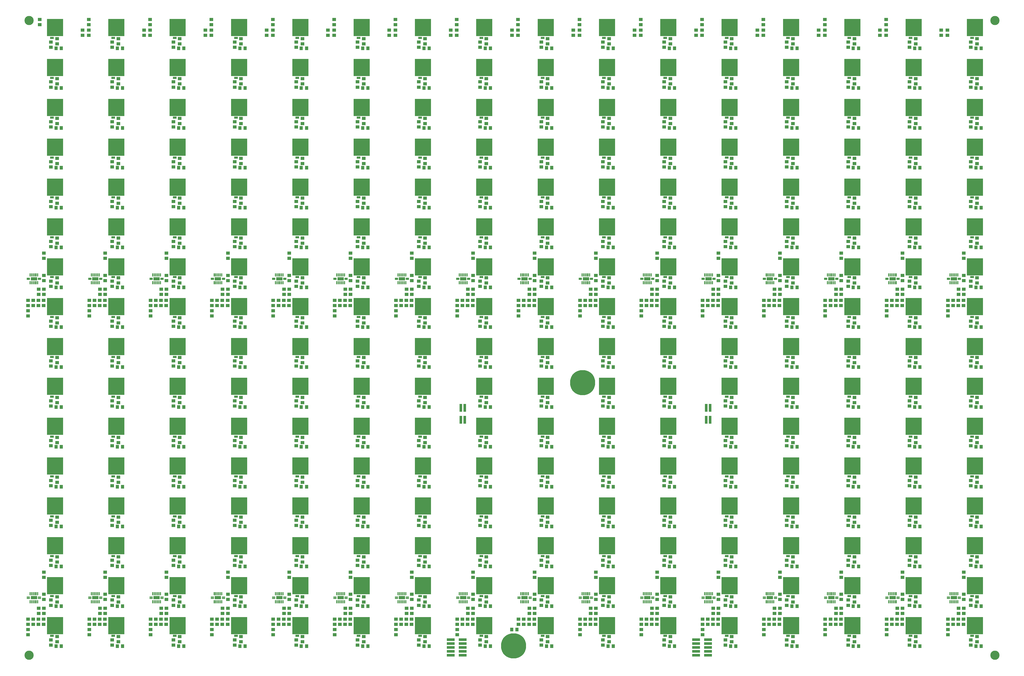
<source format=gts>
G04 ===== Begin FILE IDENTIFICATION =====*
G04 File Format:  Gerber RS274X*
G04 ===== End FILE IDENTIFICATION =====*
%FSLAX66Y66*%
%MOIN*%
%SFA1.0000B1.0000*%
%OFA0.0B0.0*%
%ADD14R,0.078740X0.039370*%
%ADD15R,0.039370X0.013386*%
%ADD16R,0.013386X0.039370*%
%ADD17R,0.033465X0.098425*%
%ADD18R,0.098425X0.033465*%
%ADD19C,0.322835*%
%ADD20R,0.047244X0.043307*%
%ADD21R,0.045669X0.029528*%
%ADD22C,0.118110*%
%ADD23R,0.043307X0.047244*%
%ADD24R,0.207874X0.219685*%
%LNsolder_mask*%
%IPPOS*%
%LPD*%
G75*
D14*
X6067323Y503937D03*
D15*
X5996457Y496063D03*
Y511811D03*
D16*
X6116535Y452756D03*
X6096850D03*
X6077165D03*
X6057480D03*
X6037795D03*
X6018110D03*
Y555118D03*
X6037795D03*
X6057480D03*
X6077165D03*
X6096850D03*
X6116535D03*
D15*
X6138189Y511811D03*
Y496063D03*
D14*
X5279921Y503937D03*
D15*
X5209055Y496063D03*
Y511811D03*
D16*
X5329134Y452756D03*
X5309449D03*
X5289764D03*
X5270079D03*
X5250394D03*
X5230709D03*
Y555118D03*
X5250394D03*
X5270079D03*
X5289764D03*
X5309449D03*
X5329134D03*
D15*
X5350787Y511811D03*
Y496063D03*
D14*
X5279921Y4598425D03*
D15*
X5209055Y4590551D03*
Y4606299D03*
D16*
X5329134Y4547244D03*
X5309449D03*
X5289764D03*
X5270079D03*
X5250394D03*
X5230709D03*
Y4649606D03*
X5250394D03*
X5270079D03*
X5289764D03*
X5309449D03*
X5329134D03*
D15*
X5350787Y4606299D03*
Y4590551D03*
D14*
X9216929Y503937D03*
D15*
X9146063Y496063D03*
Y511811D03*
D16*
X9266142Y452756D03*
X9246457D03*
X9226772D03*
X9207087D03*
X9187402D03*
X9167717D03*
Y555118D03*
X9187402D03*
X9207087D03*
X9226772D03*
X9246457D03*
X9266142D03*
D15*
X9287795Y511811D03*
Y496063D03*
D14*
X2130315Y503937D03*
D15*
X2059449Y496063D03*
Y511811D03*
D16*
X2179528Y452756D03*
X2159843D03*
X2140157D03*
X2120472D03*
X2100787D03*
X2081102D03*
Y555118D03*
X2100787D03*
X2120472D03*
X2140157D03*
X2159843D03*
X2179528D03*
D15*
X2201181Y511811D03*
Y496063D03*
D14*
X10004331Y503937D03*
D15*
X9933465Y496063D03*
Y511811D03*
D16*
X10053543Y452756D03*
X10033858D03*
X10014173D03*
X9994488D03*
X9974803D03*
X9955118D03*
Y555118D03*
X9974803D03*
X9994488D03*
X10014173D03*
X10033858D03*
X10053543D03*
D15*
X10075197Y511811D03*
Y496063D03*
D14*
X2917717Y4598425D03*
D15*
X2846850Y4590551D03*
Y4606299D03*
D16*
X2966929Y4547244D03*
X2947244D03*
X2927559D03*
X2907874D03*
X2888189D03*
X2868504D03*
Y4649606D03*
X2888189D03*
X2907874D03*
X2927559D03*
X2947244D03*
X2966929D03*
D15*
X2988583Y4606299D03*
Y4590551D03*
D14*
X2917717Y503937D03*
D15*
X2846850Y496063D03*
Y511811D03*
D16*
X2966929Y452756D03*
X2947244D03*
X2927559D03*
X2907874D03*
X2888189D03*
X2868504D03*
Y555118D03*
X2888189D03*
X2907874D03*
X2927559D03*
X2947244D03*
X2966929D03*
D15*
X2988583Y511811D03*
Y496063D03*
D14*
X8429528Y503937D03*
D15*
X8358661Y496063D03*
Y511811D03*
D16*
X8478740Y452756D03*
X8459055D03*
X8439370D03*
X8419685D03*
X8400000D03*
X8380315D03*
Y555118D03*
X8400000D03*
X8419685D03*
X8439370D03*
X8459055D03*
X8478740D03*
D15*
X8500394Y511811D03*
Y496063D03*
D14*
X2130315Y4598425D03*
D15*
X2059449Y4590551D03*
Y4606299D03*
D16*
X2179528Y4547244D03*
X2159843D03*
X2140157D03*
X2120472D03*
X2100787D03*
X2081102D03*
Y4649606D03*
X2100787D03*
X2120472D03*
X2140157D03*
X2159843D03*
X2179528D03*
D15*
X2201181Y4606299D03*
Y4590551D03*
D14*
X1342913Y4598425D03*
D15*
X1272047Y4590551D03*
Y4606299D03*
D16*
X1392126Y4547244D03*
X1372441D03*
X1352756D03*
X1333071D03*
X1313386D03*
X1293701D03*
Y4649606D03*
X1313386D03*
X1333071D03*
X1352756D03*
X1372441D03*
X1392126D03*
D15*
X1413780Y4606299D03*
Y4590551D03*
D14*
X7642126Y4598425D03*
D15*
X7571260Y4590551D03*
Y4606299D03*
D16*
X7691339Y4547244D03*
X7671654D03*
X7651969D03*
X7632283D03*
X7612598D03*
X7592913D03*
Y4649606D03*
X7612598D03*
X7632283D03*
X7651969D03*
X7671654D03*
X7691339D03*
D15*
X7712992Y4606299D03*
Y4590551D03*
D14*
X10791732Y503937D03*
D15*
X10720866Y496063D03*
Y511811D03*
D16*
X10840945Y452756D03*
X10821260D03*
X10801575D03*
X10781890D03*
X10762205D03*
X10742520D03*
Y555118D03*
X10762205D03*
X10781890D03*
X10801575D03*
X10821260D03*
X10840945D03*
D15*
X10862598Y511811D03*
Y496063D03*
D14*
X1342913Y503937D03*
D15*
X1272047Y496063D03*
Y511811D03*
D16*
X1392126Y452756D03*
X1372441D03*
X1352756D03*
X1333071D03*
X1313386D03*
X1293701D03*
Y555118D03*
X1313386D03*
X1333071D03*
X1352756D03*
X1372441D03*
X1392126D03*
D15*
X1413780Y511811D03*
Y496063D03*
D14*
X6067323Y4598425D03*
D15*
X5996457Y4590551D03*
Y4606299D03*
D16*
X6116535Y4547244D03*
X6096850D03*
X6077165D03*
X6057480D03*
X6037795D03*
X6018110D03*
Y4649606D03*
X6037795D03*
X6057480D03*
X6077165D03*
X6096850D03*
X6116535D03*
D15*
X6138189Y4606299D03*
Y4590551D03*
D14*
X7642126Y503937D03*
D15*
X7571260Y496063D03*
Y511811D03*
D16*
X7691339Y452756D03*
X7671654D03*
X7651969D03*
X7632283D03*
X7612598D03*
X7592913D03*
Y555118D03*
X7612598D03*
X7632283D03*
X7651969D03*
X7671654D03*
X7691339D03*
D15*
X7712992Y511811D03*
Y496063D03*
D14*
X555512Y4598425D03*
D15*
X484646Y4590551D03*
Y4606299D03*
D16*
X604724Y4547244D03*
X585039D03*
X565354D03*
X545669D03*
X525984D03*
X506299D03*
Y4649606D03*
X525984D03*
X545669D03*
X565354D03*
X585039D03*
X604724D03*
D15*
X626378Y4606299D03*
Y4590551D03*
D14*
X10004331Y4598425D03*
D15*
X9933465Y4590551D03*
Y4606299D03*
D16*
X10053543Y4547244D03*
X10033858D03*
X10014173D03*
X9994488D03*
X9974803D03*
X9955118D03*
Y4649606D03*
X9974803D03*
X9994488D03*
X10014173D03*
X10033858D03*
X10053543D03*
D15*
X10075197Y4606299D03*
Y4590551D03*
D14*
X4492520Y4598425D03*
D15*
X4421654Y4590551D03*
Y4606299D03*
D16*
X4541732Y4547244D03*
X4522047D03*
X4502362D03*
X4482677D03*
X4462992D03*
X4443307D03*
Y4649606D03*
X4462992D03*
X4482677D03*
X4502362D03*
X4522047D03*
X4541732D03*
D15*
X4563386Y4606299D03*
Y4590551D03*
D14*
X4492520Y503937D03*
D15*
X4421654Y496063D03*
Y511811D03*
D16*
X4541732Y452756D03*
X4522047D03*
X4502362D03*
X4482677D03*
X4462992D03*
X4443307D03*
Y555118D03*
X4462992D03*
X4482677D03*
X4502362D03*
X4522047D03*
X4541732D03*
D15*
X4563386Y511811D03*
Y496063D03*
D14*
X6854724Y503937D03*
D15*
X6783858Y496063D03*
Y511811D03*
D16*
X6903937Y452756D03*
X6884252D03*
X6864567D03*
X6844882D03*
X6825197D03*
X6805512D03*
Y555118D03*
X6825197D03*
X6844882D03*
X6864567D03*
X6884252D03*
X6903937D03*
D15*
X6925591Y511811D03*
Y496063D03*
D14*
X6854724Y4598425D03*
D15*
X6783858Y4590551D03*
Y4606299D03*
D16*
X6903937Y4547244D03*
X6884252D03*
X6864567D03*
X6844882D03*
X6825197D03*
X6805512D03*
Y4649606D03*
X6825197D03*
X6844882D03*
X6864567D03*
X6884252D03*
X6903937D03*
D15*
X6925591Y4606299D03*
Y4590551D03*
D14*
X555512Y503937D03*
D15*
X484646Y496063D03*
Y511811D03*
D16*
X604724Y452756D03*
X585039D03*
X565354D03*
X545669D03*
X525984D03*
X506299D03*
Y555118D03*
X525984D03*
X545669D03*
X565354D03*
X585039D03*
X604724D03*
D15*
X626378Y511811D03*
Y496063D03*
D14*
X10791732Y4598425D03*
D15*
X10720866Y4590551D03*
Y4606299D03*
D16*
X10840945Y4547244D03*
X10821260D03*
X10801575D03*
X10781890D03*
X10762205D03*
X10742520D03*
Y4649606D03*
X10762205D03*
X10781890D03*
X10801575D03*
X10821260D03*
X10840945D03*
D15*
X10862598Y4606299D03*
Y4590551D03*
D14*
X3705118Y4598425D03*
D15*
X3634252Y4590551D03*
Y4606299D03*
D16*
X3754331Y4547244D03*
X3734646D03*
X3714961D03*
X3695276D03*
X3675591D03*
X3655906D03*
Y4649606D03*
X3675591D03*
X3695276D03*
X3714961D03*
X3734646D03*
X3754331D03*
D15*
X3775984Y4606299D03*
Y4590551D03*
D14*
X9216929Y4598425D03*
D15*
X9146063Y4590551D03*
Y4606299D03*
D16*
X9266142Y4547244D03*
X9246457D03*
X9226772D03*
X9207087D03*
X9187402D03*
X9167717D03*
Y4649606D03*
X9187402D03*
X9207087D03*
X9226772D03*
X9246457D03*
X9266142D03*
D15*
X9287795Y4606299D03*
Y4590551D03*
D14*
X8429528Y4598425D03*
D15*
X8358661Y4590551D03*
Y4606299D03*
D16*
X8478740Y4547244D03*
X8459055D03*
X8439370D03*
X8419685D03*
X8400000D03*
X8380315D03*
Y4649606D03*
X8400000D03*
X8419685D03*
X8439370D03*
X8459055D03*
X8478740D03*
D15*
X8500394Y4606299D03*
Y4590551D03*
D14*
X3705118Y503937D03*
D15*
X3634252Y496063D03*
Y511811D03*
D16*
X3754331Y452756D03*
X3734646D03*
X3714961D03*
X3695276D03*
X3675591D03*
X3655906D03*
Y555118D03*
X3675591D03*
X3695276D03*
X3714961D03*
X3734646D03*
X3754331D03*
D15*
X3775984Y511811D03*
Y496063D03*
D14*
X-231890Y503937D03*
D15*
X-302756Y496063D03*
Y511811D03*
D16*
X-182677Y452756D03*
X-202362D03*
X-222047D03*
X-241732D03*
X-261417D03*
X-281102D03*
Y555118D03*
X-261417D03*
X-241732D03*
X-222047D03*
X-202362D03*
X-182677D03*
D15*
X-161024Y511811D03*
Y496063D03*
D14*
X-231890Y4598425D03*
D15*
X-302756Y4590551D03*
Y4606299D03*
D16*
X-182677Y4547244D03*
X-202362D03*
X-222047D03*
X-241732D03*
X-261417D03*
X-281102D03*
Y4649606D03*
X-261417D03*
X-241732D03*
X-222047D03*
X-202362D03*
X-182677D03*
D15*
X-161024Y4606299D03*
Y4590551D03*
D14*
X11579134Y4598425D03*
D15*
X11508268Y4590551D03*
Y4606299D03*
D16*
X11628346Y4547244D03*
X11608661D03*
X11588976D03*
X11569291D03*
X11549606D03*
X11529921D03*
Y4649606D03*
X11549606D03*
X11569291D03*
X11588976D03*
X11608661D03*
X11628346D03*
D15*
X11650000Y4606299D03*
Y4590551D03*
D14*
X11579134Y503937D03*
D15*
X11508268Y496063D03*
Y511811D03*
D16*
X11628346Y452756D03*
X11608661D03*
X11588976D03*
X11569291D03*
X11549606D03*
X11529921D03*
Y555118D03*
X11549606D03*
X11569291D03*
X11588976D03*
X11608661D03*
X11628346D03*
D15*
X11650000Y511811D03*
Y496063D03*
D17*
X5300591Y2789370D03*
X5250591D03*
X5300591Y2942913D03*
X5250591D03*
D18*
X5120079Y-236614D03*
Y-186614D03*
Y-136614D03*
Y-86614D03*
Y-36614D03*
X5273622Y-236614D03*
Y-186614D03*
Y-136614D03*
Y-86614D03*
Y-36614D03*
X8269685Y-236614D03*
Y-186614D03*
Y-136614D03*
Y-86614D03*
Y-36614D03*
X8423228Y-236614D03*
Y-186614D03*
Y-136614D03*
Y-86614D03*
Y-36614D03*
D17*
X8450197Y2789370D03*
X8400197D03*
X8450197Y2942913D03*
X8400197D03*
D19*
X5925197Y-114173D03*
X6811024Y3263780D03*
D20*
X11496063Y7724409D03*
Y7791339D03*
X10708661Y7724409D03*
X7559055Y7929134D03*
Y7862205D03*
X8346457Y7791339D03*
Y7724409D03*
Y7929134D03*
Y7862205D03*
X7559055Y7791339D03*
Y7724409D03*
X9921260Y7929134D03*
Y7862205D03*
X9133858Y7791339D03*
Y7724409D03*
Y7929134D03*
Y7862205D03*
X6771654Y7929134D03*
Y7862205D03*
Y7791339D03*
Y7724409D03*
X9921260D03*
Y7791339D03*
X11417323D03*
Y7724409D03*
X10629921Y7791339D03*
Y7724409D03*
X9842520Y7791339D03*
Y7724409D03*
X9055118Y7791339D03*
Y7724409D03*
X8267717Y7791339D03*
Y7724409D03*
X10708661Y7862205D03*
Y7791339D03*
Y7929134D03*
X6692913Y7724409D03*
Y7791339D03*
X7480315D03*
D21*
X11811024Y5131693D03*
D20*
X11796063Y5012402D03*
X11706693Y4860236D03*
Y4927165D03*
X11875984Y4031496D03*
X11796063Y4055709D03*
D22*
X12106299Y-236220D03*
Y7913386D03*
X-295276Y-236220D03*
D23*
X11929134Y905512D03*
D20*
X11875984Y448819D03*
Y5566929D03*
D21*
X11811024Y5643504D03*
D20*
X11706693Y832677D03*
X11796063Y1496654D03*
D23*
X11929134Y6023622D03*
D20*
X11875984Y1472441D03*
Y1984252D03*
D24*
X11850000Y1169685D03*
D20*
X11875984Y1027559D03*
Y6078740D03*
X11796063Y6102953D03*
D23*
X11862205Y5511811D03*
D20*
X11875984Y6145669D03*
X11796063Y5591142D03*
D23*
X11929134Y5511811D03*
D20*
X11875984Y5633858D03*
X11796063Y5524213D03*
D23*
X11929134Y5000000D03*
D24*
X11850000Y5264173D03*
D23*
X11862205Y1929134D03*
D20*
X11875984Y2051181D03*
X11706693Y481102D03*
D23*
X11862205Y905512D03*
D20*
X11796063Y1941535D03*
D24*
X11850000Y1681496D03*
D21*
X11811024Y2060827D03*
D20*
X11796063Y2008465D03*
X11875984Y7169291D03*
Y7102362D03*
D23*
X11862205Y6023622D03*
D24*
X11850000Y5775984D03*
D23*
X11929134Y1929134D03*
D20*
X11875984Y1539370D03*
D23*
X11929134Y7047244D03*
D20*
X11875984Y6590551D03*
D23*
X11862205Y7047244D03*
D20*
X11796063Y7059646D03*
D23*
X11862205Y1417323D03*
D21*
X11811024Y1037205D03*
D24*
X11850000Y146063D03*
D20*
X11569291Y227559D03*
X11796063Y2520276D03*
Y2453346D03*
D23*
X11929134Y6535433D03*
D21*
X11811024Y6667126D03*
D23*
X11862205Y6535433D03*
D20*
X11796063Y6547835D03*
Y7126575D03*
D21*
X11811024Y7178937D03*
D23*
X11862205Y393701D03*
D20*
X11796063Y473031D03*
D21*
X11811024Y525394D03*
D20*
X11875984Y2496063D03*
D23*
X11862205Y2440945D03*
X11929134Y7559055D03*
D20*
X11796063Y7638386D03*
X-157480Y7862205D03*
X11796063Y3032087D03*
D21*
X11811024Y3084449D03*
D23*
X11929134Y2952756D03*
D24*
X11850000Y2705118D03*
Y7823228D03*
D20*
X11875984Y7681102D03*
D23*
X11929134Y2440945D03*
X11862205Y2952756D03*
D24*
X11850000Y6287795D03*
D23*
X11862205Y7559055D03*
D20*
X11875984Y7614173D03*
D23*
X11862205Y3464567D03*
D20*
X11706693Y4642520D03*
D24*
X11850000Y4752362D03*
D20*
X11875984Y960630D03*
D24*
X11850000Y3216929D03*
D20*
X11796063Y406102D03*
Y984843D03*
D23*
X11929134Y4488189D03*
D20*
X11875984Y4543307D03*
X11569291Y4255118D03*
D21*
X11811024Y3596260D03*
D20*
X11569291Y4322047D03*
X11636220Y4255118D03*
X11875984Y3007874D03*
X11796063Y2965157D03*
X11703150Y4322047D03*
X11502362Y4188189D03*
X11796063Y6614764D03*
X11875984Y5122047D03*
D23*
X11862205Y5000000D03*
D20*
X11502362Y160630D03*
Y227559D03*
X11875984Y6657480D03*
Y-62992D03*
Y3937D03*
D23*
X11929134Y-118110D03*
X11862205D03*
D21*
X11811024Y2572638D03*
D20*
X11875984Y2562992D03*
D24*
X11850000Y3728740D03*
D23*
X11862205Y3976378D03*
D20*
X11569291Y160630D03*
X11796063Y917913D03*
D23*
X11929134Y393701D03*
D20*
X11875984Y3586614D03*
X11796063Y3476969D03*
Y1429724D03*
D23*
X11929134Y1417323D03*
D21*
X11811024Y13583D03*
D20*
X11796063Y-38780D03*
D24*
X11850000Y7311417D03*
D20*
X11796063Y7571457D03*
X11875984Y3519685D03*
X11796063Y3543898D03*
D24*
X11850000Y2193307D03*
D21*
X11811024Y1549016D03*
D23*
X11929134Y3464567D03*
D20*
X11796063Y3988780D03*
Y5079331D03*
X11875984Y5055118D03*
D21*
X11811024Y7690748D03*
Y6155315D03*
D24*
X11850000Y6799606D03*
D20*
X11639764Y4396850D03*
D24*
X11850000Y4240551D03*
D20*
X11703150Y4255118D03*
X11636220Y4322047D03*
D22*
X-295276Y7913386D03*
D20*
X11796063Y-105709D03*
X11502362Y4121260D03*
Y4322047D03*
X-157480Y7929134D03*
D24*
X11850000Y657874D03*
D20*
X11875984Y515748D03*
Y3074803D03*
D23*
X11929134Y3976378D03*
D20*
X11502362Y4255118D03*
X11875984Y4098425D03*
X11502362Y93701D03*
D21*
X11811024Y4108071D03*
D20*
X11636220Y160630D03*
X11796063Y6036024D03*
X11636220Y227559D03*
X11706693Y369291D03*
X11639764Y302362D03*
D23*
X11862205Y4488189D03*
D20*
X11706693Y548031D03*
X11796063Y4500591D03*
X11706693Y765748D03*
X11796063Y4567520D03*
D21*
X11811024Y4619882D03*
D20*
X11639764Y4463780D03*
X11706693Y4575591D03*
X11703150Y227559D03*
X11639764Y369291D03*
X11706693Y302362D03*
X11703150Y160630D03*
X11706693Y4463780D03*
X-104331Y4642520D03*
Y4575591D03*
X-171260Y4463780D03*
X-104331D03*
Y4927165D03*
Y4860236D03*
X-107874Y4322047D03*
X-171260Y4396850D03*
X11502362Y26772D03*
X-174803Y4322047D03*
X-104331Y4396850D03*
D23*
X7204724Y1929134D03*
D21*
X7086614Y1549016D03*
D24*
X7125591Y4752362D03*
Y3216929D03*
D20*
X6982283Y302362D03*
X6777953Y160630D03*
X5496850Y6102953D03*
D23*
X5562992Y6023622D03*
D21*
X3149606Y2572638D03*
D20*
X3134646Y2520276D03*
D23*
X2480315Y5511811D03*
X2413386D03*
X7925197Y2952756D03*
D20*
X7859055Y2965157D03*
D23*
X8779528Y7047244D03*
D20*
X8726378Y6590551D03*
D23*
X838583Y393701D03*
D24*
X1613780Y4752362D03*
Y3216929D03*
D20*
X8726378Y1539370D03*
D21*
X8661417Y2572638D03*
D20*
X772441Y406102D03*
D23*
X905512Y393701D03*
D20*
X4415748Y93701D03*
Y26772D03*
X6127953Y4396850D03*
D24*
X6338189Y4240551D03*
D23*
X7992126Y3976378D03*
D20*
X7859055Y3543898D03*
X3628346Y26772D03*
X3832677Y369291D03*
X2257874Y832677D03*
X2347244Y1496654D03*
X6364173Y5566929D03*
Y5633858D03*
D23*
X1625984Y1417323D03*
D21*
X1574803Y1037205D03*
Y2060827D03*
D20*
X1559843Y2008465D03*
Y1941535D03*
D24*
X1613780Y1681496D03*
Y2193307D03*
D23*
X1692913Y1929134D03*
D24*
X1613780Y146063D03*
D20*
X1559843Y917913D03*
Y1429724D03*
D23*
X1692913Y1417323D03*
Y2440945D03*
X1625984Y2952756D03*
D20*
X1559843Y2453346D03*
D23*
X1625984Y2440945D03*
D20*
X1466929Y4322047D03*
X1266142Y4121260D03*
X1333071Y4322047D03*
X1266142Y4188189D03*
D24*
X1613780Y3728740D03*
D21*
X1574803Y3596260D03*
D23*
X1692913Y5511811D03*
X1625984D03*
D24*
X1613780Y1169685D03*
D20*
X1639764Y1027559D03*
X1559843Y3543898D03*
Y3476969D03*
D23*
X1692913Y3464567D03*
X1625984D03*
D20*
X1639764Y5122047D03*
D24*
X1613780Y5264173D03*
D20*
X1559843Y5591142D03*
Y5524213D03*
X5496850Y5012402D03*
Y5079331D03*
D23*
X7925197Y5000000D03*
D20*
X7938976Y5122047D03*
D24*
X7912992Y6287795D03*
D23*
X7925197Y7559055D03*
D20*
X7699213Y227559D03*
X7766142Y160630D03*
D21*
X5511811Y1037205D03*
D24*
X5550787Y1169685D03*
D20*
X4709449Y3988780D03*
X4482677Y4255118D03*
D21*
X3149606Y6667126D03*
Y7178937D03*
X11023622Y2060827D03*
D20*
X11008661Y2008465D03*
D24*
X3188583Y6287795D03*
D20*
X3045276Y4642520D03*
X3922047Y473031D03*
D24*
X3975984Y657874D03*
D20*
X2120472Y4255118D03*
X2187402D03*
X2347244Y3988780D03*
D23*
X2413386Y3976378D03*
Y393701D03*
D20*
X8646457Y4500591D03*
X8726378Y4610236D03*
X3543307Y7724409D03*
D21*
X2362205Y7690748D03*
D20*
X2427165Y7614173D03*
X2347244Y4500591D03*
D23*
X2413386Y4488189D03*
D20*
X7859055Y5591142D03*
D23*
X7992126Y5511811D03*
D20*
X2347244Y7059646D03*
X2427165Y6590551D03*
X2347244Y406102D03*
D23*
X2480315Y393701D03*
X2413386Y7047244D03*
D20*
X2427165Y7102362D03*
D21*
X2362205Y4619882D03*
D20*
X2347244Y4567520D03*
X2257874Y4396850D03*
X2190945Y4463780D03*
D21*
X2362205Y6155315D03*
D24*
X2401181Y5775984D03*
D23*
X2413386Y6023622D03*
D20*
X2347244Y6102953D03*
X2254331Y4322047D03*
X2053543Y4121260D03*
X2427165Y3074803D03*
D23*
X2480315Y2952756D03*
D21*
X1574803Y2572638D03*
D20*
X1559843Y2520276D03*
X4001969Y6145669D03*
Y6078740D03*
D23*
X4775591Y905512D03*
D20*
X4620079Y481102D03*
D23*
X2480315Y7559055D03*
X3267717Y905512D03*
D20*
X3214567Y448819D03*
D23*
X3267717Y-118110D03*
X3200787D03*
D20*
X6364173Y3586614D03*
X6284252Y3543898D03*
D23*
X11074803Y5511811D03*
D20*
X11008661Y6036024D03*
X2840945Y93701D03*
Y26772D03*
X8553543Y160630D03*
X8557087Y302362D03*
X7938976Y3007874D03*
D23*
X7992126Y2440945D03*
D20*
X3214567Y-62992D03*
Y3937D03*
X9140157Y26772D03*
X9277559Y369291D03*
X7151575Y448819D03*
Y515748D03*
X7769685Y481102D03*
D23*
X7925197Y905512D03*
X2480315Y2440945D03*
X2413386Y2952756D03*
D20*
X1333071Y160630D03*
Y227559D03*
X6364173Y2496063D03*
D23*
X6417323Y2440945D03*
X8779528D03*
X8712598Y2952756D03*
X11141732Y4488189D03*
D20*
X11088583Y4543307D03*
D23*
X3988189Y-118110D03*
D20*
X3628346Y93701D03*
D23*
X3988189Y2440945D03*
D20*
X4001969Y2562992D03*
X3922047Y3476969D03*
D23*
X4055118Y3464567D03*
X3988189Y5000000D03*
D20*
X4001969Y5122047D03*
D24*
X10275197Y1169685D03*
D20*
X10301181Y1027559D03*
X10919291Y4927165D03*
D21*
X11023622Y5131693D03*
D20*
X7938976Y3586614D03*
X7859055Y3476969D03*
X3922047Y3988780D03*
X3695276Y4255118D03*
X3922047Y7571457D03*
D23*
X3988189Y7559055D03*
D24*
X3975984Y7311417D03*
Y6287795D03*
D20*
X4001969Y4031496D03*
X3922047Y4055709D03*
Y6102953D03*
D21*
X3937008Y6155315D03*
D24*
X3975984Y5775984D03*
Y6799606D03*
D20*
X4001969Y960630D03*
X3922047Y406102D03*
X3628346Y4188189D03*
X3829134Y4322047D03*
X4001969Y1984252D03*
Y2051181D03*
D23*
X2480315Y7047244D03*
X2413386Y6535433D03*
D20*
X4001969Y7102362D03*
X3922047Y7059646D03*
X10919291Y302362D03*
X10714961Y160630D03*
X11088583Y515748D03*
X11008661Y473031D03*
X1470472Y832677D03*
X1559843Y1496654D03*
X5576772Y2051181D03*
D21*
X5511811Y2060827D03*
D23*
X4775591Y5000000D03*
D20*
X4789370Y5122047D03*
D21*
X3937008Y5643504D03*
D20*
X4001969Y5566929D03*
Y2496063D03*
D23*
X4055118Y2440945D03*
D20*
X11008661Y6614764D03*
D21*
X3149606Y6155315D03*
D24*
X3188583Y5775984D03*
D20*
X2834646Y7862205D03*
Y7929134D03*
D23*
X3988189Y2952756D03*
D20*
X4001969Y3007874D03*
D23*
X5903543Y95669D03*
D24*
X4763386Y7311417D03*
Y6287795D03*
D23*
X5629921Y5511811D03*
X5562992D03*
D20*
X4709449Y1496654D03*
X4620079Y832677D03*
D24*
X4763386Y657874D03*
D21*
X4724409Y525394D03*
D20*
X4415748Y4121260D03*
Y4322047D03*
D23*
X6350394Y6023622D03*
D24*
X6338189Y6799606D03*
D20*
X4616535Y4322047D03*
X4415748Y4188189D03*
D23*
X4842520Y2440945D03*
X4775591Y2952756D03*
X4842520Y905512D03*
D20*
X4789370Y448819D03*
X4553150Y369291D03*
X4616535Y227559D03*
D24*
X10275197Y3216929D03*
D20*
X10221260Y406102D03*
X4549606Y160630D03*
Y227559D03*
D23*
X3988189Y1929134D03*
D21*
X3937008Y2060827D03*
D20*
X4616535Y160630D03*
X4620079Y302362D03*
X4709449Y3032087D03*
D21*
X4724409Y3084449D03*
D23*
X5629921Y1417323D03*
X5562992D03*
D20*
X5576772Y4610236D03*
Y4543307D03*
D23*
X6350394Y-118110D03*
D20*
X4415748Y4255118D03*
X4789370Y4098425D03*
X3045276Y369291D03*
X2978346D03*
X9927559Y4255118D03*
X10301181Y4098425D03*
X7071654Y2520276D03*
Y2453346D03*
X8557087Y4860236D03*
Y4927165D03*
D23*
X8779528Y7559055D03*
D20*
X8646457Y7638386D03*
D24*
X8700394Y7311417D03*
D20*
X8646457Y7571457D03*
D23*
X2480315Y4488189D03*
D20*
X2427165Y4031496D03*
X9513780Y5566929D03*
Y5633858D03*
X4409449Y7929134D03*
X2427165Y4610236D03*
Y4543307D03*
X7769685Y548031D03*
Y765748D03*
X6982283Y4927165D03*
D21*
X7086614Y5131693D03*
D20*
X1639764Y1472441D03*
Y1984252D03*
X1559843Y3988780D03*
D23*
X1625984Y3976378D03*
D20*
X2347244Y4055709D03*
X2257874Y4860236D03*
D21*
X9448819Y2572638D03*
D20*
X9513780Y2562992D03*
Y2496063D03*
Y3007874D03*
D23*
X9566929Y7559055D03*
D20*
X9433858Y7638386D03*
X5196850Y7724409D03*
X6844882Y227559D03*
D24*
X7125591Y146063D03*
D20*
X1559843Y4500591D03*
D23*
X1625984Y4488189D03*
D20*
X5407480Y765748D03*
X5496850Y1496654D03*
X9433858Y7571457D03*
D24*
X9487795Y6287795D03*
D20*
X2978346Y302362D03*
X3041732Y227559D03*
D24*
X2401181Y7823228D03*
D20*
X11008661Y6547835D03*
D23*
X11141732Y6535433D03*
D20*
X6194882Y765748D03*
X6284252Y1496654D03*
X1639764Y4610236D03*
Y4543307D03*
X3832677Y765748D03*
Y832677D03*
D24*
X11062598Y4752362D03*
D20*
X11088583Y960630D03*
X4330709Y7791339D03*
D21*
X8661417Y5643504D03*
D20*
X8726378Y5566929D03*
X11008661Y1941535D03*
D24*
X11062598Y1681496D03*
D20*
X11008661Y984843D03*
D23*
X11141732Y393701D03*
D20*
X8646457Y5591142D03*
D23*
X8779528Y5511811D03*
D20*
X7938976Y7681102D03*
D24*
X7912992Y7311417D03*
D20*
X4001969Y4543307D03*
D23*
X4055118Y4488189D03*
D20*
X4409449Y7724409D03*
X1266142Y160630D03*
Y227559D03*
X2347244Y6614764D03*
Y6547835D03*
D23*
X9500000Y2952756D03*
D20*
X9433858Y2965157D03*
X2257874Y4927165D03*
D21*
X2362205Y5131693D03*
D23*
X4842520Y3464567D03*
D20*
X4709449Y2453346D03*
D23*
X4775591Y2440945D03*
D20*
X2427165Y5055118D03*
D23*
X2413386Y5000000D03*
D20*
X1333071Y4255118D03*
X1400000D03*
X10301181Y6078740D03*
D23*
X10354331Y6023622D03*
D20*
X4001969Y5633858D03*
X3922047Y5524213D03*
X1639764Y5055118D03*
D23*
X1625984Y5000000D03*
D21*
X3937008Y4108071D03*
D20*
X3765748Y4396850D03*
D24*
X7125591Y3728740D03*
D23*
X7137795Y3976378D03*
D20*
X7766142Y227559D03*
X7699213Y160630D03*
X6057480Y227559D03*
D24*
X6338189Y146063D03*
D20*
X4789370Y3519685D03*
Y3586614D03*
X2427165Y7681102D03*
X2347244Y7571457D03*
X4415748Y160630D03*
Y227559D03*
X9927559Y4188189D03*
Y4121260D03*
D21*
X7086614Y13583D03*
D20*
X2427165Y6657480D03*
D23*
X2480315Y6535433D03*
D20*
X3922047Y5079331D03*
X4001969Y5055118D03*
X3628346Y4121260D03*
Y4322047D03*
X9994488D03*
X10061417Y4255118D03*
D23*
X10287402Y905512D03*
D20*
X10131890Y765748D03*
D23*
X2413386Y7559055D03*
D24*
X2401181Y7311417D03*
D20*
X3829134Y4255118D03*
X3762205Y4322047D03*
D23*
X4055118Y2952756D03*
D24*
X3975984Y2705118D03*
D20*
X10128346Y4255118D03*
X10061417Y4322047D03*
D24*
X2401181Y2705118D03*
D23*
X2480315Y3976378D03*
D20*
X3922047Y2008465D03*
Y1941535D03*
X3041732Y160630D03*
X3045276Y302362D03*
X2347244Y3543898D03*
Y3476969D03*
X4330709Y7724409D03*
D24*
X4763386Y146063D03*
D20*
X4709449Y917913D03*
D24*
X10275197Y2193307D03*
D21*
X10236220Y1549016D03*
D23*
X1692913Y4488189D03*
D20*
X1639764Y4031496D03*
X3045276Y4927165D03*
D21*
X3149606Y5131693D03*
D20*
X1559843Y4055709D03*
X1470472Y4860236D03*
D24*
X6338189Y2705118D03*
D23*
X6417323Y2952756D03*
D20*
X472441Y7929134D03*
D21*
X7874016Y7690748D03*
D20*
X2834646Y7791339D03*
X4789370Y2051181D03*
D23*
X4775591Y1929134D03*
X2480315Y3464567D03*
X2413386D03*
X1692913Y5000000D03*
D21*
X1574803Y5643504D03*
X2362205Y6667126D03*
Y7178937D03*
D20*
X10221260Y2008465D03*
Y1941535D03*
D24*
X3975984Y1681496D03*
Y2193307D03*
D23*
X3988189Y4488189D03*
D20*
X4001969Y4610236D03*
X6364173Y448819D03*
Y515748D03*
D23*
X7137795Y905512D03*
D20*
X6982283Y548031D03*
X3922047Y6547835D03*
X4001969Y6657480D03*
X3922047Y2520276D03*
Y2453346D03*
D23*
X7925197Y1929134D03*
D20*
X7938976Y2051181D03*
X10781890Y227559D03*
D23*
X11141732Y905512D03*
D20*
X4001969Y1539370D03*
D21*
X3937008Y2572638D03*
X5511811Y525394D03*
D20*
X5407480Y481102D03*
D23*
X4775591Y3464567D03*
D24*
X4763386Y3728740D03*
D20*
X772441Y984843D03*
X852362Y960630D03*
X4789370Y2562992D03*
Y2496063D03*
D23*
X9566929Y-118110D03*
X9500000D03*
D20*
X2047244Y7724409D03*
X10915748Y227559D03*
X10852362Y302362D03*
X5576772Y5122047D03*
D23*
X5629921Y5000000D03*
D20*
X2347244Y3032087D03*
D21*
X2362205Y3084449D03*
D24*
X2401181Y6287795D03*
D20*
X2257874Y4642520D03*
X10919291Y369291D03*
X10714961Y26772D03*
D23*
X3988189Y6535433D03*
D20*
X3922047Y6614764D03*
X3832677Y4860236D03*
Y4927165D03*
X6284252Y6102953D03*
D21*
X6299213Y6155315D03*
D24*
X3188583Y146063D03*
D20*
X3134646Y917913D03*
D23*
X9566929Y3976378D03*
D20*
X9433858Y3543898D03*
X7702756Y4463780D03*
X7859055Y4567520D03*
X11088583Y4098425D03*
X10852362Y4396850D03*
D23*
X1692913Y-118110D03*
X1625984D03*
D20*
X4001969Y3586614D03*
X3922047Y3543898D03*
X3628346Y4255118D03*
X4001969Y4098425D03*
X9433858Y5524213D03*
Y5591142D03*
D24*
X2401181Y3728740D03*
D21*
X2362205Y3596260D03*
X9448819Y3084449D03*
D23*
X9566929Y2952756D03*
D21*
X4724409Y1549016D03*
D20*
X4789370Y1539370D03*
X8486614Y4255118D03*
X8553543Y4322047D03*
X2257874Y4575591D03*
Y4463780D03*
X6915354D03*
X7071654Y4567520D03*
X2347244Y7126575D03*
Y7638386D03*
X11008661Y-105709D03*
D23*
X4842520Y-118110D03*
X4775591D03*
X4055118Y1929134D03*
D21*
X3937008Y1549016D03*
D20*
X2427165Y2562992D03*
Y2496063D03*
X4001969Y6590551D03*
D23*
X4055118Y7047244D03*
D20*
X2190945Y4396850D03*
D24*
X2401181Y4240551D03*
D20*
X2427165Y4098425D03*
D21*
X2362205Y4108071D03*
D23*
X7925197Y1417323D03*
D21*
X7874016Y1037205D03*
D20*
X10221260Y7126575D03*
D21*
X10236220Y7178937D03*
D20*
X9513780Y960630D03*
X7769685Y302362D03*
X11088583Y-62992D03*
X7769685Y369291D03*
X7938976Y1539370D03*
X7859055Y-38780D03*
Y1429724D03*
X9513780Y6078740D03*
D21*
X11023622Y6667126D03*
D20*
X3543307Y7791339D03*
X-241732Y227559D03*
X7565354Y26772D03*
Y160630D03*
X9344488Y4860236D03*
X7859055Y6614764D03*
X7938976Y2496063D03*
D21*
X7874016Y525394D03*
X9448819Y6155315D03*
D20*
X10301181Y4031496D03*
X8726378Y1472441D03*
D23*
X10287402Y3464567D03*
D20*
X7632283Y4255118D03*
D24*
X38976Y6799606D03*
D23*
X51181Y7559055D03*
D20*
X-14961Y7571457D03*
X64961Y7681102D03*
D24*
X38976Y7823228D03*
D23*
X10287402Y-118110D03*
D20*
X64961Y7169291D03*
D23*
X51181Y7047244D03*
D20*
X64961Y7102362D03*
X-14961Y7059646D03*
Y7126575D03*
D21*
X0Y7178937D03*
X0Y6667126D03*
D23*
X118110Y6535433D03*
D24*
X38976Y6287795D03*
D20*
X-14961Y6036024D03*
Y7638386D03*
D23*
X10354331Y7047244D03*
Y4488189D03*
D20*
X7859055Y917913D03*
D24*
X7912992Y657874D03*
D20*
X64961Y6145669D03*
Y6657480D03*
D23*
X7992126Y905512D03*
D20*
X9513780Y4543307D03*
D21*
X0Y6155315D03*
D20*
X-14961Y6547835D03*
Y6614764D03*
D24*
X38976Y7311417D03*
D20*
X7938976Y3519685D03*
Y6657480D03*
X2834646Y7724409D03*
D21*
X7874016Y7178937D03*
D20*
X11088583Y2051181D03*
X7938976Y5633858D03*
D23*
X118110Y7559055D03*
D20*
X7938976Y-62992D03*
Y448819D03*
D21*
X7874016Y13583D03*
D24*
X7912992Y2193307D03*
D21*
X7874016Y2060827D03*
D20*
X10714961Y4188189D03*
X7769685Y4642520D03*
X10221260Y4500591D03*
X-14961Y6102953D03*
D23*
X51181Y6023622D03*
D21*
X0Y7690748D03*
D20*
X10221260Y473031D03*
X64961Y7614173D03*
Y6590551D03*
D21*
X7874016Y4619882D03*
D20*
X64961Y6078740D03*
X2755906Y7724409D03*
X1968504D03*
X7565354Y4322047D03*
D23*
X118110Y6023622D03*
D21*
X10236220Y3084449D03*
D20*
X10221260Y3032087D03*
Y2965157D03*
X10301181Y2496063D03*
D23*
X10354331Y1929134D03*
D24*
X11062598Y6287795D03*
D23*
X118110Y7047244D03*
D20*
X10919291Y4860236D03*
D24*
X10275197Y2705118D03*
D21*
X10236220Y5131693D03*
D20*
X10221260Y6036024D03*
Y6102953D03*
X9513780Y3519685D03*
D23*
X11141732Y1417323D03*
D20*
X7938976Y4610236D03*
X10131890Y4927165D03*
X11008661Y7571457D03*
X10915748Y4255118D03*
X-104331Y548031D03*
X10301181Y960630D03*
D24*
X11062598Y5775984D03*
D23*
X51181Y6535433D03*
D20*
X2347244Y-38780D03*
Y-105709D03*
D24*
X10275197Y5775984D03*
D20*
X10301181Y7169291D03*
D24*
X7125591Y2705118D03*
D23*
X7204724Y2952756D03*
D20*
X852362Y3519685D03*
Y3586614D03*
D23*
X5629921Y3976378D03*
D20*
X5576772Y3519685D03*
X3622047Y7862205D03*
D24*
X7125591Y7823228D03*
D20*
X3214567Y3007874D03*
X3134646Y2965157D03*
X10301181Y7102362D03*
D23*
X10287402Y7047244D03*
D21*
X8661417Y4619882D03*
D20*
X8490157Y4463780D03*
X10221260Y4055709D03*
X10131890Y4860236D03*
X1639764Y7681102D03*
X1559843Y7571457D03*
D23*
X10354331Y2952756D03*
D20*
X10301181Y3074803D03*
D24*
X1613780Y7823228D03*
X9487795Y3728740D03*
D23*
X9566929Y3464567D03*
D20*
X3762205Y227559D03*
X3829134Y160630D03*
D21*
X3937008Y3084449D03*
D20*
X4001969Y3074803D03*
X11008661Y6102953D03*
D21*
X11023622Y6155315D03*
D24*
X8700394Y7823228D03*
D20*
X8726378Y7681102D03*
X10919291Y765748D03*
D24*
X3975984Y5264173D03*
D23*
X4055118Y5000000D03*
D21*
X5511811Y3084449D03*
D20*
X5576772Y3074803D03*
D21*
X3149606Y2060827D03*
D20*
X3134646Y2008465D03*
X5337008Y4255118D03*
X5403937Y4322047D03*
D21*
X8661417Y13583D03*
D20*
X8726378Y-62992D03*
D24*
X7912992Y4240551D03*
D20*
X7769685Y4463780D03*
X1639764Y515748D03*
X1559843Y473031D03*
X4709449Y5079331D03*
X4789370Y5055118D03*
X6191339Y227559D03*
X6124409Y160630D03*
X1400000Y4322047D03*
X1266142Y4255118D03*
X8726378Y3074803D03*
D23*
X8779528Y2952756D03*
D20*
X3134646Y3543898D03*
Y3476969D03*
X7071654Y7126575D03*
D23*
X7204724Y7559055D03*
X11074803Y7047244D03*
D20*
X11008661Y7059646D03*
X5496850Y7126575D03*
Y7638386D03*
D24*
X826378Y2705118D03*
D23*
X905512Y3976378D03*
D20*
X8352756Y93701D03*
X8557087Y369291D03*
D23*
X2480315Y-118110D03*
X2413386D03*
D21*
X11023622Y3084449D03*
D23*
X11141732Y2952756D03*
D21*
X787402Y6667126D03*
Y7178937D03*
D20*
X683071Y369291D03*
X616142D03*
X6127953Y4463780D03*
X6284252Y4567520D03*
X2755906Y7791339D03*
D23*
X5629921Y1929134D03*
D21*
X5511811Y1549016D03*
D20*
X7632283Y227559D03*
D24*
X7912992Y146063D03*
D20*
X852362Y5122047D03*
D24*
X826378Y5264173D03*
D20*
X2907874Y4255118D03*
X2974803D03*
X7151575Y2562992D03*
D23*
X7137795Y2440945D03*
D20*
X7938976Y4543307D03*
D23*
X7992126Y4488189D03*
D20*
X3134646Y984843D03*
X3214567Y960630D03*
Y5566929D03*
Y5633858D03*
X5576772Y448819D03*
Y515748D03*
D24*
X1613780Y657874D03*
D21*
X1574803Y525394D03*
D20*
X472441Y7724409D03*
Y7862205D03*
X11088583Y3007874D03*
X11008661Y2965157D03*
D23*
X7925197Y4488189D03*
D20*
X7938976Y4098425D03*
X7565354Y4255118D03*
X9207087Y227559D03*
X10301181Y6657480D03*
X8646457Y1941535D03*
X10131890Y548031D03*
X9344488Y369291D03*
X8646457Y2453346D03*
X10128346Y160630D03*
D24*
X8700394Y1681496D03*
D20*
X9140157Y4255118D03*
D24*
X10275197Y5264173D03*
D20*
X10714961Y93701D03*
X7766142Y4322047D03*
D21*
X8661417Y2060827D03*
X1574803Y7690748D03*
D20*
X1639764Y7614173D03*
X1259843Y7791339D03*
X8726378Y7614173D03*
X852362Y5055118D03*
D23*
X838583Y5000000D03*
D20*
X9344488Y302362D03*
X9140157Y160630D03*
X6284252Y3476969D03*
X852362Y3074803D03*
D23*
X905512Y2952756D03*
D20*
X2053543Y4322047D03*
X2254331Y4255118D03*
D23*
X1625984Y905512D03*
D20*
X1470472Y481102D03*
D21*
X7086614Y7690748D03*
D20*
X7151575Y7614173D03*
X6127953Y369291D03*
Y302362D03*
X3832677D03*
X3628346Y160630D03*
D24*
X4763386Y2193307D03*
D23*
X4842520Y1929134D03*
D20*
X11088583Y5122047D03*
D23*
X11074803Y5000000D03*
D20*
X852362Y2562992D03*
Y2496063D03*
X7071654Y4055709D03*
X6982283Y4860236D03*
X2187402Y4322047D03*
X2053543Y4255118D03*
X10714961Y4121260D03*
Y4322047D03*
X1181102Y7791339D03*
D23*
X3267717Y2440945D03*
X3200787Y2952756D03*
D20*
X9433858Y1496654D03*
Y1429724D03*
D23*
X3200787Y7047244D03*
D20*
X3214567Y7102362D03*
X7766142Y4255118D03*
X7699213Y4322047D03*
D23*
X1692913Y7559055D03*
D24*
X3975984Y4240551D03*
D20*
X3832677Y4575591D03*
Y4463780D03*
Y4396850D03*
D23*
X11141732Y7047244D03*
D20*
X11088583Y6590551D03*
D21*
X7086614Y6667126D03*
Y7178937D03*
D20*
X4789370Y4543307D03*
D23*
X4842520Y4488189D03*
D20*
X683071Y4927165D03*
D21*
X787402Y5131693D03*
D20*
X1470472Y369291D03*
X1403543D03*
D23*
X7925197Y6535433D03*
D20*
X7859055Y6547835D03*
X6284252Y5524213D03*
Y5591142D03*
X5270079Y227559D03*
D24*
X5550787Y146063D03*
D20*
X4789370Y7614173D03*
X9433858Y5079331D03*
X9513780Y5055118D03*
X1470472Y548031D03*
Y765748D03*
X6194882Y4575591D03*
Y4463780D03*
X2053543Y93701D03*
Y26772D03*
X6194882Y369291D03*
X3765748Y4463780D03*
D21*
X3937008Y4619882D03*
D24*
X8700394Y5775984D03*
D23*
X8712598Y7047244D03*
D24*
X10275197Y3728740D03*
D23*
X10354331Y3464567D03*
D20*
X4001969Y1027559D03*
Y1472441D03*
D23*
X7925197Y5511811D03*
D20*
X7859055Y6036024D03*
D21*
X5511811Y7690748D03*
D20*
X5576772Y7614173D03*
X5984252Y7862205D03*
X3214567Y5122047D03*
D24*
X3188583Y5264173D03*
D20*
X9513780Y4098425D03*
X9277559Y4396850D03*
X3922047Y4567520D03*
Y4500591D03*
X2257874Y369291D03*
X2190945D03*
D23*
X3267717Y7559055D03*
D20*
X5496850Y2965157D03*
Y3032087D03*
D24*
X7912992Y3216929D03*
D20*
X7859055Y406102D03*
X5340551Y4396850D03*
D24*
X5550787Y4240551D03*
D20*
X772441Y7126575D03*
Y7638386D03*
D24*
X5550787Y1681496D03*
Y2193307D03*
D20*
X478740Y93701D03*
Y26772D03*
X7859055Y4500591D03*
D23*
X8712598Y1929134D03*
D20*
X9433858Y3476969D03*
D23*
X7992126Y3464567D03*
X8779528Y4488189D03*
X9500000Y7559055D03*
D20*
X9433858Y6614764D03*
D24*
X9487795Y4240551D03*
D20*
X10301181Y5566929D03*
X10919291Y548031D03*
D21*
X8661417Y3084449D03*
D20*
X7938976Y5055118D03*
D23*
X9500000Y393701D03*
D20*
X5576772Y4098425D03*
D21*
X5511811Y4108071D03*
X1574803Y6667126D03*
Y7178937D03*
D20*
X3214567Y5055118D03*
D23*
X3200787Y5000000D03*
X905512Y-118110D03*
X838583D03*
D20*
X4789370Y7102362D03*
X4709449Y7059646D03*
D23*
X5562992Y2952756D03*
D20*
X5576772Y3007874D03*
D23*
X9566929Y7047244D03*
D20*
X9513780Y6590551D03*
X9433858Y2008465D03*
Y1941535D03*
X1400000Y160630D03*
Y227559D03*
X7859055Y6102953D03*
D21*
X7874016Y6155315D03*
D20*
X9433858Y984843D03*
D23*
X9566929Y393701D03*
X905512Y2440945D03*
X838583Y2952756D03*
D20*
X6284252Y-105709D03*
D23*
X6417323Y-118110D03*
D20*
X11008661Y2520276D03*
Y2453346D03*
X2427165Y5122047D03*
D24*
X2401181Y5264173D03*
D21*
X6299213Y3596260D03*
D20*
X6284252Y3988780D03*
D23*
X7204724Y5511811D03*
X7137795D03*
D20*
X3628346Y227559D03*
X3695276Y160630D03*
X3214567Y2562992D03*
Y2496063D03*
D21*
X6299213Y525394D03*
D20*
X6194882Y481102D03*
X772441Y5079331D03*
Y5012402D03*
X2974803Y160630D03*
Y227559D03*
D23*
X2480315Y5000000D03*
D21*
X2362205Y5643504D03*
D20*
X8646457Y1496654D03*
Y1429724D03*
D23*
X4055118Y6023622D03*
X3988189D03*
D20*
X1466929Y160630D03*
X1470472Y302362D03*
D23*
X8779528Y1417323D03*
X8712598D03*
D21*
X7086614Y525394D03*
D20*
X6982283Y481102D03*
D24*
X4763386Y7823228D03*
D20*
X4789370Y7681102D03*
D23*
X3988189Y5511811D03*
D20*
X3922047Y6036024D03*
X6978740Y227559D03*
X6911811Y160630D03*
X2427165Y3519685D03*
Y3586614D03*
X11088583D03*
X11008661Y3476969D03*
X3922047Y7638386D03*
D23*
X4055118Y7559055D03*
D24*
X3188583Y4752362D03*
Y3216929D03*
D20*
X5203150Y227559D03*
X5270079Y160630D03*
X5576772Y6657480D03*
D23*
X5629921Y6535433D03*
D24*
X9487795Y146063D03*
D20*
X9433858Y917913D03*
X4709449Y7638386D03*
D23*
X4842520Y7559055D03*
D20*
X11088583Y1472441D03*
Y1984252D03*
X3214567Y2051181D03*
D23*
X3200787Y1929134D03*
D20*
X7938976Y6078740D03*
D23*
X7992126Y6023622D03*
D20*
X10221260Y984843D03*
D23*
X10354331Y393701D03*
D20*
X2427165Y-62992D03*
Y3937D03*
D21*
X787402Y7690748D03*
D20*
X852362Y7614173D03*
D23*
X11074803Y4488189D03*
D20*
X11088583Y4610236D03*
X10221260Y2520276D03*
Y2453346D03*
X7859055Y5079331D03*
D23*
X9500000Y5511811D03*
D20*
X11088583Y448819D03*
X9513780Y1539370D03*
D23*
X8712598Y3464567D03*
D24*
X7912992Y1681496D03*
D20*
X7769685Y4927165D03*
Y4860236D03*
X8646457Y4055709D03*
X10301181Y2562992D03*
X8646457Y3543898D03*
X9433858Y2520276D03*
D23*
X10287402Y3976378D03*
D20*
X8726378Y2051181D03*
X8646457Y7059646D03*
X8557087Y832677D03*
X7151575Y2051181D03*
D21*
X7086614Y2060827D03*
D24*
X2401181Y6799606D03*
D20*
X2427165Y7169291D03*
X2974803Y4322047D03*
X2840945Y4255118D03*
X3762205D03*
X3695276Y4322047D03*
X3134646Y5079331D03*
Y5012402D03*
X1639764Y2051181D03*
D23*
X1625984Y1929134D03*
D20*
X3214567Y1472441D03*
Y1984252D03*
X4789370Y7169291D03*
D23*
X4775591Y7047244D03*
D20*
X4482677Y4322047D03*
X4549606Y4255118D03*
X2187402Y160630D03*
Y227559D03*
X5576772Y1539370D03*
D21*
X5511811Y2572638D03*
D24*
X3975984Y7823228D03*
D20*
X4001969Y7681102D03*
X6057480Y4255118D03*
Y4322047D03*
D24*
X7125591Y1681496D03*
Y2193307D03*
D20*
X6982283Y4575591D03*
Y4463780D03*
X8646457Y4567520D03*
D23*
X8712598Y4488189D03*
X5970472Y95669D03*
D20*
X9344488Y765748D03*
Y548031D03*
D21*
X3937008Y13583D03*
D20*
X4001969Y-62992D03*
X852362Y3007874D03*
X772441Y2965157D03*
X7151575Y1539370D03*
D21*
X7086614Y2572638D03*
D20*
X6364173Y1027559D03*
Y1472441D03*
D21*
X3937008Y7690748D03*
D20*
X2120472Y4322047D03*
X2053543Y4188189D03*
X2347244Y5591142D03*
Y5524213D03*
X5990551Y4188189D03*
Y4121260D03*
D21*
X4724409Y7178937D03*
D20*
X4709449Y7126575D03*
X3695276Y227559D03*
D24*
X3975984Y146063D03*
D20*
X3922047Y2965157D03*
Y3032087D03*
X3134646Y-38780D03*
Y-105709D03*
X10301181Y3937D03*
D24*
X4763386Y5264173D03*
D23*
X4842520Y5000000D03*
D24*
X3188583Y6799606D03*
D20*
X3214567Y7169291D03*
D24*
X5550787Y5775984D03*
D20*
X5576772Y7169291D03*
X10221260Y3476969D03*
X4709449Y7571457D03*
D23*
X4775591Y7559055D03*
D20*
X7071654Y-38780D03*
X10301181Y1539370D03*
D21*
X10236220Y2572638D03*
D24*
X7125591Y6799606D03*
D23*
X7137795Y6023622D03*
D20*
X772441Y3032087D03*
D21*
X787402Y3084449D03*
D20*
X2347244Y6036024D03*
X2427165Y6145669D03*
X6911811Y4255118D03*
X6978740Y4322047D03*
X1639764Y2562992D03*
Y2496063D03*
D23*
X7204724Y1417323D03*
X7137795D03*
D21*
X3937008Y7178937D03*
D20*
X3922047Y7126575D03*
D24*
X5550787Y6287795D03*
D20*
X5407480Y4642520D03*
X2190945Y302362D03*
X2254331Y227559D03*
X11008661Y5012402D03*
Y5079331D03*
X4620079Y4642520D03*
D24*
X4763386Y4752362D03*
D23*
X9500000Y6535433D03*
D20*
X9433858Y6547835D03*
D21*
X6299213Y7690748D03*
D20*
X6364173Y7614173D03*
D23*
X905512Y7559055D03*
D24*
X3188583Y3728740D03*
D21*
X3149606Y3596260D03*
D23*
X10354331Y6535433D03*
D21*
X10236220Y6667126D03*
D20*
X9207087Y4255118D03*
Y4322047D03*
X5496850Y2520276D03*
Y2453346D03*
X5905512Y7724409D03*
D24*
X5550787Y7823228D03*
D21*
X787402Y13583D03*
D23*
X4055118Y393701D03*
X3988189D03*
D24*
X7912992Y5775984D03*
D23*
X7925197Y7047244D03*
D20*
X5407480Y302362D03*
X5203150Y160630D03*
D21*
X6299213Y4619882D03*
D20*
X6194882Y4396850D03*
X10131890Y369291D03*
X7938976Y6145669D03*
D24*
X9487795Y1681496D03*
D20*
X8726378Y3007874D03*
X8352756Y4121260D03*
D21*
X8661417Y3596260D03*
D24*
X8700394Y3728740D03*
D21*
X9448819Y7690748D03*
D20*
X9433858Y3032087D03*
D21*
X8661417Y1037205D03*
X11023622Y525394D03*
D20*
X9994488Y160630D03*
D21*
X10236220Y6155315D03*
X7874016Y2572638D03*
D23*
X9566929Y5511811D03*
D20*
X8726378Y1984252D03*
D24*
X11062598Y657874D03*
Y7311417D03*
D20*
X11088583Y6078740D03*
X8726378Y3586614D03*
X7859055Y5524213D03*
X772441Y3543898D03*
Y3476969D03*
X1559843Y7059646D03*
X1639764Y6590551D03*
X1559843Y6614764D03*
Y6547835D03*
D24*
X826378Y7823228D03*
D20*
X4620079Y4860236D03*
Y4927165D03*
X8419685Y227559D03*
D24*
X8700394Y146063D03*
D21*
X3149606Y1549016D03*
D20*
X3214567Y1539370D03*
X3134646Y4055709D03*
X3045276Y4860236D03*
X4789370Y515748D03*
X4709449Y473031D03*
X852362Y-62992D03*
Y3937D03*
D23*
X4775591Y3976378D03*
D21*
X4724409Y3596260D03*
D24*
X3975984Y3216929D03*
D20*
X3922047Y984843D03*
D24*
X3188583Y1169685D03*
D20*
X3214567Y1027559D03*
D23*
X4775591Y6023622D03*
D21*
X4724409Y6155315D03*
D20*
X4789370Y960630D03*
X4709449Y406102D03*
X6284252Y7059646D03*
X6364173Y6590551D03*
D21*
X1574803Y1549016D03*
D20*
X1639764Y1539370D03*
X772441Y5591142D03*
Y5524213D03*
X1639764Y6657480D03*
D23*
X1692913Y6535433D03*
D20*
X8726378Y5122047D03*
D23*
X8779528Y5000000D03*
D20*
X8557087Y4463780D03*
Y4575591D03*
X7151575Y2496063D03*
D23*
X7204724Y2440945D03*
D20*
X6982283Y4396850D03*
D21*
X7086614Y4619882D03*
D24*
X11062598Y5264173D03*
D20*
X11088583Y5566929D03*
X11008661Y4567520D03*
Y4500591D03*
X5496850Y473031D03*
D24*
X5550787Y657874D03*
D20*
X6124409Y4255118D03*
X6191339Y4322047D03*
X772441Y3988780D03*
D23*
X838583Y3976378D03*
D20*
X2427165Y6078740D03*
D23*
X2480315Y6023622D03*
X7137795Y7047244D03*
D20*
X7151575Y7102362D03*
Y3007874D03*
D23*
X7137795Y2952756D03*
D24*
X826378Y3728740D03*
D21*
X787402Y3596260D03*
X6299213Y13583D03*
D20*
X5990551Y4255118D03*
X6124409Y4322047D03*
X6284252Y-38780D03*
D24*
X9487795Y6799606D03*
D23*
X9500000Y6023622D03*
D20*
X4709449Y6614764D03*
X4789370Y6657480D03*
X4001969Y448819D03*
Y515748D03*
X1181102Y7724409D03*
X5984252Y7791339D03*
X772441Y-38780D03*
Y-105709D03*
D23*
X3267717Y3464567D03*
X3200787D03*
D20*
X3214567Y4610236D03*
Y4543307D03*
D21*
X4724409Y5131693D03*
D20*
X4709449Y5012402D03*
D23*
X3200787Y6023622D03*
D20*
X3134646Y6102953D03*
D23*
X11074803Y3464567D03*
D20*
X11008661Y5591142D03*
D23*
X11141732Y5511811D03*
D21*
X9448819Y1037205D03*
D24*
X9487795Y1169685D03*
D23*
X4842520Y393701D03*
X4775591D03*
X6417323Y5511811D03*
X6350394D03*
X3200787Y7559055D03*
D24*
X3188583Y7311417D03*
D20*
X5984252Y7929134D03*
X3922047Y5591142D03*
D23*
X4055118Y5511811D03*
X5562992Y2440945D03*
D20*
X5576772Y2562992D03*
Y2496063D03*
D23*
X5629921Y2440945D03*
D24*
X2401181Y4752362D03*
Y3216929D03*
D20*
X6364173Y4098425D03*
D21*
X6299213Y4108071D03*
D20*
X852362Y5566929D03*
Y5633858D03*
D24*
X7912992Y2705118D03*
Y6799606D03*
D20*
X7859055Y7571457D03*
D24*
X7912992Y7823228D03*
D20*
X7859055Y7126575D03*
X11088583Y3074803D03*
X8352756Y4322047D03*
D24*
X8700394Y5264173D03*
D20*
X8726378Y4031496D03*
Y4543307D03*
D24*
X9487795Y2705118D03*
D23*
X9566929Y2440945D03*
D20*
X9513780Y3586614D03*
D23*
X7925197Y3464567D03*
X7992126Y7047244D03*
D20*
X393701Y7724409D03*
X472441Y7791339D03*
D21*
X9448819Y1549016D03*
D20*
X7859055Y7059646D03*
X8352756Y4188189D03*
X8419685Y4255118D03*
D21*
X9448819Y3596260D03*
D20*
X616142Y302362D03*
X679528Y227559D03*
D24*
X826378Y146063D03*
D20*
X772441Y917913D03*
D23*
X905512Y5000000D03*
D21*
X787402Y5643504D03*
D20*
X852362Y7681102D03*
X772441Y7571457D03*
X7769685Y4575591D03*
Y4396850D03*
X1559843Y406102D03*
D23*
X1692913Y393701D03*
D21*
X4724409Y7690748D03*
D20*
X545669Y160630D03*
Y227559D03*
X1639764Y3007874D03*
X1559843Y2965157D03*
D23*
X3200787Y1417323D03*
D21*
X3149606Y1037205D03*
D20*
X3214567Y3519685D03*
Y3586614D03*
X6364173Y-62992D03*
Y3937D03*
D23*
X8779528Y-118110D03*
X8712598D03*
D20*
X1559843Y3032087D03*
D21*
X1574803Y3084449D03*
D23*
X4842520Y6023622D03*
D20*
X4709449Y6102953D03*
X8726378Y515748D03*
X8646457Y473031D03*
D23*
X4775591Y5511811D03*
D20*
X4709449Y6036024D03*
X11088583Y2496063D03*
D23*
X11074803Y2440945D03*
D20*
X6777953Y227559D03*
X6844882Y160630D03*
X4789370Y4031496D03*
X4709449Y4055709D03*
X5337008Y227559D03*
X5403937Y160630D03*
D24*
X5550787Y2705118D03*
D23*
X5629921Y2952756D03*
D20*
X5203150Y4255118D03*
X5337008Y4322047D03*
X5203150D03*
X5403937Y4255118D03*
D24*
X5550787Y4752362D03*
Y3216929D03*
D20*
X7632283Y4322047D03*
X7699213Y4255118D03*
X5118110Y7791339D03*
X6284252Y4500591D03*
D23*
X6350394Y4488189D03*
D20*
X2047244Y7791339D03*
Y7862205D03*
X8553543Y4255118D03*
X8486614Y4322047D03*
X7071654Y6547835D03*
Y6614764D03*
X7938976Y1472441D03*
Y1984252D03*
X9433858Y-105709D03*
D23*
X10287402Y5000000D03*
X10354331D03*
D20*
X5496850Y2008465D03*
Y1941535D03*
X7071654Y2965157D03*
Y3032087D03*
X7151575Y1027559D03*
Y1472441D03*
X4001969Y3937D03*
X3922047Y-38780D03*
X7071654Y4500591D03*
D23*
X7137795Y4488189D03*
X905512Y3464567D03*
X838583D03*
D20*
X4616535Y4255118D03*
X4549606Y4322047D03*
X7151575Y6657480D03*
D23*
X7204724Y6535433D03*
D20*
X9344488Y4575591D03*
Y4396850D03*
X6284252Y2965157D03*
Y3032087D03*
D23*
X10354331Y5511811D03*
X10287402D03*
D20*
X5990551Y227559D03*
X6057480Y160630D03*
X4789370Y3937D03*
X7071654Y7638386D03*
X3622047Y7929134D03*
X3134646Y6614764D03*
Y6547835D03*
D24*
X7912992Y4752362D03*
D20*
X7938976Y960630D03*
X9140157Y4121260D03*
X8726378Y6078740D03*
X9433858Y3988780D03*
D23*
X9500000Y1417323D03*
D20*
X9140157Y4322047D03*
D24*
X8700394Y4240551D03*
D23*
X8712598Y5511811D03*
D21*
X8661417Y6155315D03*
D20*
X8557087Y548031D03*
D21*
X8661417Y6667126D03*
D24*
X9487795Y2193307D03*
D20*
X9513780Y6145669D03*
D21*
X10236220Y2060827D03*
D23*
X8712598Y393701D03*
D24*
X10275197Y6799606D03*
D20*
X10301181Y1984252D03*
X9433858Y7059646D03*
X-107874Y4255118D03*
D21*
X11023622Y2572638D03*
D20*
X10301181Y4543307D03*
X10919291Y481102D03*
X10131890Y4463780D03*
X7938976Y6590551D03*
X8419685Y4322047D03*
X-308661Y4188189D03*
X-174803Y4255118D03*
X-241732Y160630D03*
X-104331Y832677D03*
X-308661Y4121260D03*
Y227559D03*
Y160630D03*
X11706693Y4396850D03*
X-104331Y302362D03*
Y369291D03*
X-171260D03*
Y302362D03*
X-107874Y227559D03*
X-174803Y160630D03*
Y227559D03*
X-107874Y160630D03*
X-308661Y26772D03*
Y93701D03*
X-104331Y765748D03*
X11875984Y4610236D03*
X-241732Y4322047D03*
X-308661D03*
X-241732Y4255118D03*
X-308661D03*
X9927559Y227559D03*
D23*
X10287402Y393701D03*
D20*
X11008661Y4055709D03*
X9927559Y160630D03*
D24*
X10275197Y4752362D03*
Y7823228D03*
D23*
X10287402Y6023622D03*
D20*
X4709449Y1429724D03*
D23*
X4842520Y1417323D03*
D20*
X10128346Y227559D03*
X7938976Y7102362D03*
Y7614173D03*
X6364173Y7681102D03*
X6284252Y7571457D03*
X9344488Y481102D03*
D23*
X9500000Y905512D03*
D24*
X7125591Y7311417D03*
D23*
X7137795Y7559055D03*
D20*
X6364173Y1984252D03*
D23*
X6350394Y1929134D03*
D20*
X10131890Y302362D03*
X2347244Y2453346D03*
D23*
X2413386Y2440945D03*
X8779528Y3976378D03*
D21*
X3937008Y1037205D03*
D24*
X3975984Y1169685D03*
D20*
X10064961Y302362D03*
X3922047Y1496654D03*
Y1429724D03*
X9344488Y832677D03*
D23*
X11141732Y3976378D03*
D20*
X11088583Y2562992D03*
D24*
X11062598Y2193307D03*
D23*
X11074803Y1417323D03*
D24*
X11062598Y146063D03*
D21*
X10236220Y3596260D03*
D20*
X9927559Y4322047D03*
X10852362Y369291D03*
D23*
X11074803Y7559055D03*
Y6535433D03*
D20*
X393701Y7791339D03*
X11088583Y1539370D03*
D23*
X11141732Y2440945D03*
D20*
X11008661Y3032087D03*
X11088583Y3519685D03*
Y7614173D03*
X10128346Y4322047D03*
X10301181Y-62992D03*
X10064961Y4463780D03*
X5270079Y4255118D03*
Y4322047D03*
D23*
X11141732Y7559055D03*
D20*
X11008661Y7638386D03*
X3134646Y4500591D03*
D23*
X3200787Y4488189D03*
D20*
X3214567Y6078740D03*
D23*
X3267717Y6023622D03*
D20*
X1559843Y7126575D03*
Y7638386D03*
X7071654Y6036024D03*
X7151575Y6145669D03*
X2120472Y160630D03*
Y227559D03*
X5576772Y1984252D03*
D23*
X5562992Y1929134D03*
D20*
X1639764Y3074803D03*
D23*
X1692913Y2952756D03*
D20*
X7071654Y-105709D03*
D23*
X7204724Y-118110D03*
D24*
X1613780Y2705118D03*
D23*
X1692913Y3976378D03*
X905512Y5511811D03*
X838583D03*
D20*
X545669Y4255118D03*
X612598D03*
X545669Y4322047D03*
X478740Y4188189D03*
Y160630D03*
Y227559D03*
X9433858Y4500591D03*
X9513780Y4610236D03*
X7071654Y3476969D03*
X772441Y6036024D03*
X852362Y6145669D03*
X7071654Y3543898D03*
X7151575Y3586614D03*
D21*
X7086614Y3596260D03*
D20*
X7071654Y3988780D03*
Y5012402D03*
Y5079331D03*
X1559843Y984843D03*
X1639764Y960630D03*
D23*
X10287402Y4488189D03*
D20*
X10301181Y4610236D03*
X6284252Y4055709D03*
X6194882Y4860236D03*
X7071654Y2008465D03*
Y1941535D03*
X8646457Y3476969D03*
X3134646Y1429724D03*
D23*
X3267717Y1417323D03*
X3200787Y3976378D03*
D20*
X3134646Y3988780D03*
Y2453346D03*
D23*
X3200787Y2440945D03*
D20*
X10061417Y227559D03*
Y160630D03*
X4620079Y548031D03*
Y765748D03*
D24*
X3188583Y2193307D03*
D23*
X3267717Y1929134D03*
D20*
X9513780Y7614173D03*
D24*
X9487795Y7823228D03*
D20*
X9927559Y93701D03*
Y26772D03*
X5407480Y4575591D03*
Y4463780D03*
D21*
X11023622Y1549016D03*
D23*
X11141732Y1929134D03*
D20*
X5340551Y4463780D03*
X5496850Y4567520D03*
X3214567Y7681102D03*
X3134646Y7571457D03*
X5496850Y917913D03*
D23*
X5629921Y905512D03*
D24*
X3188583Y2705118D03*
D23*
X3267717Y3976378D03*
D20*
X6284252Y5012402D03*
Y5079331D03*
X3922047Y-105709D03*
D23*
X4055118Y-118110D03*
D21*
X5511811Y6667126D03*
Y7178937D03*
D20*
X3622047Y7724409D03*
X679528Y160630D03*
X683071Y302362D03*
D23*
X4775591Y6535433D03*
D20*
X4709449Y6547835D03*
D21*
X4724409Y2060827D03*
D20*
X4709449Y2008465D03*
D23*
X1625984Y393701D03*
D20*
X852362Y6078740D03*
D23*
X905512Y6023622D03*
Y905512D03*
D20*
X852362Y448819D03*
X8646457Y6547835D03*
Y6614764D03*
D23*
X838583Y6023622D03*
D20*
X772441Y6102953D03*
X6844882Y4255118D03*
Y4322047D03*
D21*
X1574803Y4619882D03*
D20*
X1559843Y4567520D03*
X6364173Y5055118D03*
D23*
X6350394Y5000000D03*
D20*
X9344488Y4927165D03*
D21*
X9448819Y5131693D03*
D20*
X7071654Y984843D03*
D23*
X7204724Y393701D03*
X4842520Y2952756D03*
Y3976378D03*
D20*
X8646457Y6036024D03*
X8726378Y6145669D03*
X3045276Y832677D03*
X3134646Y1496654D03*
X6284252Y917913D03*
D23*
X6417323Y905512D03*
D20*
X6284252Y473031D03*
D24*
X6338189Y657874D03*
D20*
X852362Y515748D03*
X772441Y473031D03*
X10131890Y4396850D03*
Y4575591D03*
D23*
X7992126Y7559055D03*
D20*
X7859055Y7638386D03*
X3134646Y7059646D03*
X3214567Y6590551D03*
D23*
X7992126Y6535433D03*
D21*
X7874016Y6667126D03*
D20*
X5196850Y7929134D03*
X7702756Y4396850D03*
D21*
X7874016Y4108071D03*
D20*
X10848819Y160630D03*
X10915748D03*
X1470472Y4396850D03*
X1403543Y4463780D03*
X1470472Y4575591D03*
Y4463780D03*
X4789370Y1472441D03*
Y1984252D03*
X5576772Y7681102D03*
X5496850Y7571457D03*
D23*
X7992126Y5000000D03*
D24*
X7912992Y5264173D03*
D20*
X679528Y4322047D03*
X478740Y4121260D03*
X6777953Y4188189D03*
Y4121260D03*
X7151575Y5055118D03*
D23*
X7137795Y5000000D03*
D20*
X7071654Y5524213D03*
Y5591142D03*
D21*
X787402Y6155315D03*
D24*
X826378Y5775984D03*
X7125591Y5264173D03*
D21*
X7086614Y5643504D03*
D24*
X2401181Y146063D03*
D20*
X2347244Y917913D03*
D21*
X10236220Y525394D03*
D20*
X10131890Y481102D03*
X6284252Y7126575D03*
D23*
X6417323Y7559055D03*
X4842520Y6535433D03*
D21*
X4724409Y6667126D03*
D24*
X7125591Y6287795D03*
D20*
X6982283Y4642520D03*
D23*
X6350394Y905512D03*
D20*
X6194882Y548031D03*
X4789370Y6145669D03*
Y6078740D03*
X6194882Y832677D03*
X6284252Y1429724D03*
D21*
X8661417Y7178937D03*
D20*
X8646457Y7126575D03*
D24*
X826378Y657874D03*
D21*
X787402Y525394D03*
D23*
X838583Y905512D03*
D20*
X683071Y481102D03*
X8646457Y-38780D03*
X8726378Y3937D03*
X5407480Y369291D03*
X5203150Y26772D03*
X10221260Y5012402D03*
Y5079331D03*
X5118110Y7724409D03*
D23*
X2480315Y905512D03*
D20*
X2427165Y448819D03*
X3045276Y548031D03*
Y765748D03*
D23*
X6417323Y1417323D03*
X6350394D03*
X10287402Y2440945D03*
X10354331D03*
D20*
X2907874Y4322047D03*
X2840945Y4188189D03*
X10221260Y7571457D03*
D24*
X10275197Y6287795D03*
X4763386Y1169685D03*
D20*
X4789370Y1027559D03*
D21*
X6299213Y1037205D03*
D24*
X6338189Y1169685D03*
D20*
X1403543Y4396850D03*
D24*
X1613780Y4240551D03*
D20*
X5496850Y4500591D03*
D23*
X5562992Y4488189D03*
D20*
X7859055Y3032087D03*
D21*
X7874016Y3084449D03*
X4724409Y13583D03*
D20*
X4789370Y-62992D03*
D23*
X6350394Y7047244D03*
D20*
X6364173Y7102362D03*
D21*
X9448819Y4619882D03*
D20*
X9277559Y4463780D03*
D23*
X5629921Y4488189D03*
D20*
X5576772Y4031496D03*
X772441Y2453346D03*
D23*
X838583Y2440945D03*
D20*
X683071Y548031D03*
Y765748D03*
D24*
X6338189Y5264173D03*
D21*
X6299213Y5643504D03*
D23*
X7137795Y-118110D03*
D20*
X6777953Y93701D03*
X5407480Y4927165D03*
D21*
X5511811Y5131693D03*
X787402Y2572638D03*
D20*
X772441Y2520276D03*
X4709449Y-38780D03*
Y-105709D03*
D21*
X10236220Y5643504D03*
D20*
X10301181Y5633858D03*
X9513780Y7681102D03*
D24*
X9487795Y7311417D03*
D23*
X8712598Y2440945D03*
D20*
X8726378Y2496063D03*
X8646457Y2965157D03*
Y3032087D03*
D23*
X11141732Y-118110D03*
X11074803D03*
D20*
X10221260Y3543898D03*
X10301181Y3586614D03*
X5576772Y1027559D03*
Y1472441D03*
X7151575Y-62992D03*
Y3937D03*
X2427165Y515748D03*
X2347244Y473031D03*
D23*
X905512Y4488189D03*
D20*
X852362Y4031496D03*
X7151575Y1984252D03*
D23*
X7137795Y1929134D03*
D20*
X612598Y160630D03*
Y227559D03*
X4789370Y6590551D03*
D23*
X4842520Y7047244D03*
D20*
X2840945Y4322047D03*
X3041732Y4255118D03*
D23*
X5562992Y7047244D03*
D20*
X5576772Y7102362D03*
X852362Y4610236D03*
Y4543307D03*
D21*
X7874016Y5131693D03*
D20*
X7859055Y5012402D03*
X478740Y4322047D03*
X679528Y4255118D03*
D21*
X11023622Y3596260D03*
D20*
X10781890Y4322047D03*
X612598D03*
X478740Y4255118D03*
X5407480Y832677D03*
X5496850Y1429724D03*
D23*
X10287402Y6535433D03*
D20*
X10221260Y6547835D03*
X7151575Y5122047D03*
D23*
X7204724Y5000000D03*
D20*
X4001969Y7614173D03*
D23*
X2413386Y905512D03*
D20*
X2257874Y481102D03*
X6364173Y5122047D03*
D23*
X6417323Y5000000D03*
D20*
X3214567Y4098425D03*
D21*
X3149606Y4108071D03*
D23*
X3267717Y7047244D03*
X3200787Y6535433D03*
D24*
X826378Y6799606D03*
D20*
X852362Y7169291D03*
X4709449Y1941535D03*
D24*
X4763386Y1681496D03*
D20*
X6284252Y6036024D03*
X6364173Y6145669D03*
X7859055Y2520276D03*
X7938976Y2562992D03*
D23*
X4775591Y4488189D03*
D20*
X4789370Y4610236D03*
X7071654Y7059646D03*
X7151575Y6590551D03*
X9433858Y2453346D03*
D23*
X9500000Y2440945D03*
D20*
X6364173Y7169291D03*
D24*
X6338189Y5775984D03*
D20*
X772441Y4500591D03*
D23*
X838583Y4488189D03*
D21*
X5511811Y3596260D03*
D20*
X5496850Y3988780D03*
D23*
X7992126Y1929134D03*
D21*
X7874016Y1549016D03*
D20*
X7071654Y6102953D03*
D21*
X7086614Y6155315D03*
D20*
X4789370Y3074803D03*
D24*
X4763386Y2705118D03*
D20*
X1639764Y4098425D03*
D21*
X1574803Y4108071D03*
D23*
X4775591Y1417323D03*
D21*
X4724409Y1037205D03*
D23*
X6417323Y3464567D03*
X6350394D03*
D20*
X8726378Y5055118D03*
D23*
X8712598Y5000000D03*
D21*
X11023622Y1037205D03*
D24*
X11062598Y1169685D03*
D23*
X7137795Y393701D03*
D20*
X8646457Y984843D03*
D23*
X8779528Y393701D03*
X11074803D03*
D20*
X6364173Y2051181D03*
D21*
X6299213Y2060827D03*
D20*
X8726378Y960630D03*
D24*
X8700394Y3216929D03*
D20*
X7151575Y5566929D03*
Y5633858D03*
D24*
X10275197Y4240551D03*
D21*
X10236220Y4108071D03*
D23*
X7204724Y3464567D03*
X7137795D03*
D20*
X9994488Y227559D03*
D24*
X10275197Y146063D03*
D20*
X10848819Y4322047D03*
X10714961Y4255118D03*
X8646457Y917913D03*
D23*
X8779528Y905512D03*
D20*
X683071Y832677D03*
X772441Y1496654D03*
D23*
X5562992Y-118110D03*
D20*
X5203150Y93701D03*
D23*
X10287402Y1929134D03*
D20*
X10301181Y2051181D03*
X5196850Y7862205D03*
X10848819Y4255118D03*
X10915748Y4322047D03*
D21*
X11023622Y13583D03*
D20*
X11008661Y-38780D03*
X1266142Y4322047D03*
X1466929Y4255118D03*
X3134646Y7126575D03*
Y7638386D03*
D21*
X11023622Y5643504D03*
D20*
X11088583Y5633858D03*
D23*
X6417323Y7047244D03*
X6350394Y6535433D03*
D20*
X5196850Y7791339D03*
X7151575Y960630D03*
X7071654Y406102D03*
X2347244Y5079331D03*
Y5012402D03*
X6284252Y2008465D03*
Y1941535D03*
X7769685Y832677D03*
X7859055Y1496654D03*
D23*
X4055118Y3976378D03*
D20*
X4001969Y3519685D03*
D24*
X5550787Y5264173D03*
D21*
X5511811Y5643504D03*
D20*
X5496850Y-105709D03*
D23*
X5629921Y-118110D03*
D20*
X6284252Y6547835D03*
Y6614764D03*
D23*
X5629921Y3464567D03*
X5562992D03*
D20*
X7859055Y2453346D03*
D23*
X7925197Y2440945D03*
D21*
X3937008Y5131693D03*
D20*
X3922047Y5012402D03*
X2978346Y4396850D03*
D24*
X3188583Y4240551D03*
D20*
X3134646Y5591142D03*
Y5524213D03*
D21*
X11023622Y7690748D03*
D24*
X2401181Y657874D03*
D21*
X2362205Y525394D03*
X7086614Y3084449D03*
D20*
X7151575Y3074803D03*
X6982283Y369291D03*
X6777953Y26772D03*
X2053543Y160630D03*
Y227559D03*
D21*
X5511811Y4619882D03*
D20*
X5407480Y4396850D03*
X6982283Y832677D03*
X7071654Y1429724D03*
D24*
X1613780Y6287795D03*
D20*
X1470472Y4642520D03*
X1639764Y3519685D03*
Y3586614D03*
X7938976Y3937D03*
D23*
X4055118Y6535433D03*
D21*
X3937008Y6667126D03*
D20*
X4709449Y4567520D03*
Y4500591D03*
D21*
X4724409Y5643504D03*
D20*
X4789370Y5566929D03*
X4620079Y369291D03*
X4553150Y302362D03*
D24*
X4763386Y6799606D03*
Y5775984D03*
D20*
X2347244Y984843D03*
X2427165Y960630D03*
X9513780Y-62992D03*
Y3937D03*
D24*
X8700394Y2705118D03*
D20*
X8726378Y3519685D03*
D23*
X1625984Y7559055D03*
D24*
X1613780Y7311417D03*
D20*
X1403543Y302362D03*
X1466929Y227559D03*
D23*
X9500000Y7047244D03*
D20*
X9513780Y7102362D03*
X5576772Y3586614D03*
X5496850Y3543898D03*
X2254331Y160630D03*
X2257874Y302362D03*
X11088583Y7169291D03*
Y7102362D03*
X8352756Y4255118D03*
X8726378Y4098425D03*
X6364173Y4610236D03*
Y4543307D03*
X10221260Y-105709D03*
D23*
X10354331Y-118110D03*
D21*
X10236220Y13583D03*
D20*
X10221260Y-38780D03*
D24*
X9487795Y3216929D03*
D20*
X9433858Y406102D03*
X6124409Y227559D03*
X6191339Y160630D03*
X5496850Y406102D03*
D23*
X5629921Y393701D03*
X10287402Y7559055D03*
D20*
X10131890Y4642520D03*
X10301181Y7681102D03*
D24*
X10275197Y7311417D03*
D23*
X838583Y7559055D03*
D24*
X826378Y7311417D03*
D23*
X1692913Y905512D03*
D20*
X1639764Y448819D03*
D24*
X5550787Y3728740D03*
D23*
X5562992Y3976378D03*
D20*
X10301181Y3519685D03*
D23*
X10354331Y3976378D03*
X5562992Y393701D03*
D24*
X11062598Y6799606D03*
D23*
X11074803Y6023622D03*
D20*
X8646457Y5012402D03*
Y5079331D03*
D23*
X1692913Y7047244D03*
X1625984Y6535433D03*
D20*
X8352756Y227559D03*
X8419685Y160630D03*
D23*
X7204724Y3976378D03*
D20*
X7151575Y3519685D03*
D21*
X2362205Y1549016D03*
D20*
X2427165Y1539370D03*
D23*
X9566929Y905512D03*
D24*
X11062598Y3728740D03*
Y4240551D03*
D20*
X1259843Y7724409D03*
X9513780Y1984252D03*
X8557087Y4396850D03*
X9513780Y6657480D03*
D23*
X9566929Y1929134D03*
X9500000Y3976378D03*
D20*
X9513780Y3074803D03*
X8490157Y302362D03*
X9433858Y6036024D03*
X10301181Y1472441D03*
X10221260Y7059646D03*
X10301181Y448819D03*
X8646457Y-105709D03*
Y3988780D03*
X10221260Y917913D03*
D23*
X11074803Y3976378D03*
D21*
X10236220Y1037205D03*
D23*
X10354331Y7559055D03*
D20*
X8557087Y4642520D03*
D21*
X11023622Y4619882D03*
D20*
X8553543Y227559D03*
X10919291Y4642520D03*
D23*
X9500000Y3464567D03*
D20*
X9274016Y4255118D03*
X9513780Y1027559D03*
X10301181Y5055118D03*
D21*
X9448819Y4108071D03*
D20*
X9140157Y93701D03*
X9277559Y302362D03*
X11088583Y5055118D03*
X9513780Y448819D03*
D21*
X9448819Y5643504D03*
Y525394D03*
D20*
X8352756Y26772D03*
X8726378Y2562992D03*
D24*
X11062598Y2705118D03*
D20*
X8646457Y406102D03*
X11008661Y3543898D03*
X11088583Y4031496D03*
X8490157Y369291D03*
X8646457Y2520276D03*
D23*
X11141732Y5000000D03*
D20*
X11088583Y6145669D03*
X11008661Y5524213D03*
D24*
X8700394Y4752362D03*
D20*
X9340945Y4322047D03*
D23*
X9566929Y1417323D03*
D20*
X10301181Y6145669D03*
Y5122047D03*
X8726378Y7169291D03*
X10301181Y6590551D03*
D23*
X8712598Y7559055D03*
D21*
X8661417Y1549016D03*
D20*
X9274016Y4322047D03*
D24*
X8700394Y6287795D03*
D20*
X9140157Y4188189D03*
X9433858Y473031D03*
X9340945Y4255118D03*
X8726378Y7102362D03*
X11088583Y1027559D03*
D21*
X11023622Y4108071D03*
D20*
X7938976Y515748D03*
X7859055Y473031D03*
X10131890Y832677D03*
X10221260Y1496654D03*
D24*
X3188583Y7823228D03*
D20*
X11088583Y6657480D03*
D23*
X3267717Y5511811D03*
X3200787D03*
X8712598Y905512D03*
D20*
X8557087Y765748D03*
X6284252Y406102D03*
D23*
X6417323Y393701D03*
Y1929134D03*
D21*
X6299213Y1549016D03*
D20*
X1259843Y7862205D03*
Y7929134D03*
X3214567Y6657480D03*
D23*
X3267717Y6535433D03*
X11074803Y905512D03*
D20*
X10919291Y832677D03*
X3832677Y481102D03*
Y548031D03*
X3829134Y227559D03*
X3762205Y160630D03*
D23*
X8779528Y3464567D03*
X8712598Y3976378D03*
D20*
X5576772Y5055118D03*
D23*
X5562992Y5000000D03*
D20*
X2427165Y1472441D03*
Y1984252D03*
D23*
X5562992Y905512D03*
D20*
X5407480Y548031D03*
D21*
X7874016Y5643504D03*
D20*
X7938976Y5566929D03*
X9433858Y4567520D03*
D23*
X9500000Y4488189D03*
D20*
X1470472Y4927165D03*
D21*
X1574803Y5131693D03*
D20*
X4709449Y5591142D03*
D23*
X4842520Y5511811D03*
D21*
X5511811Y13583D03*
D24*
X4763386Y4240551D03*
D20*
X4620079Y4575591D03*
D23*
X1625984Y7047244D03*
D20*
X1639764Y7102362D03*
X4709449Y3543898D03*
Y3476969D03*
X4789370Y3007874D03*
X4709449Y2965157D03*
X4789370Y5633858D03*
X4709449Y5524213D03*
D21*
X2362205Y2572638D03*
D20*
X2347244Y2520276D03*
D23*
X838583Y7047244D03*
D20*
X852362Y7102362D03*
X10221260Y3988780D03*
X9994488Y4255118D03*
X2427165Y3007874D03*
X2347244Y2965157D03*
X3041732Y4322047D03*
X2840945Y4121260D03*
X6915354Y369291D03*
Y302362D03*
D24*
X8700394Y6799606D03*
D23*
X8712598Y6023622D03*
D24*
X8700394Y657874D03*
D21*
X8661417Y525394D03*
D20*
X9340945Y227559D03*
X9274016D03*
X7151575Y7681102D03*
X7071654Y7571457D03*
X9274016Y160630D03*
X9340945D03*
D23*
X8779528Y6023622D03*
D20*
X8646457Y6102953D03*
X5496850Y5524213D03*
Y5591142D03*
D24*
X1613780Y6799606D03*
D20*
X1639764Y7169291D03*
X6364173Y6657480D03*
D23*
X6417323Y6535433D03*
X7204724Y4488189D03*
D20*
X7151575Y4031496D03*
D24*
X4763386Y3216929D03*
D20*
X4709449Y984843D03*
X10781890Y160630D03*
X11008661Y917913D03*
X7565354Y227559D03*
X7632283Y160630D03*
X6364173Y1539370D03*
D21*
X6299213Y2572638D03*
D23*
X6350394Y393701D03*
D20*
X2427165Y5566929D03*
Y5633858D03*
X6284252Y2520276D03*
Y2453346D03*
X772441Y1429724D03*
D23*
X905512Y1417323D03*
D20*
X5203150Y4188189D03*
Y4121260D03*
X4001969Y7169291D03*
D23*
X3988189Y7047244D03*
D20*
X10848819Y227559D03*
X8646457Y2008465D03*
X8486614Y227559D03*
X9513780Y1472441D03*
D23*
X9500000Y1929134D03*
D24*
X10275197Y1681496D03*
D23*
X10287402Y1417323D03*
X10354331Y905512D03*
D20*
X11088583Y3937D03*
D23*
X8712598Y6535433D03*
D21*
X8661417Y7690748D03*
D20*
X5496850Y6036024D03*
X5576772Y6145669D03*
X10301181Y3007874D03*
D23*
X10287402Y2952756D03*
D21*
X10236220Y4619882D03*
D20*
X10221260Y4567520D03*
X7480315Y7724409D03*
X5340551Y369291D03*
Y302362D03*
D23*
X3200787Y393701D03*
D21*
X3149606Y4619882D03*
D20*
X3134646Y4567520D03*
X7859055Y984843D03*
D23*
X7992126Y393701D03*
D20*
X8490157Y4396850D03*
D21*
X8661417Y4108071D03*
D20*
X9344488Y4642520D03*
D24*
X9487795Y4752362D03*
D21*
X3149606Y13583D03*
X3937008Y525394D03*
D23*
X3988189Y905512D03*
D24*
X6338189Y1681496D03*
Y2193307D03*
D23*
X7925197Y6023622D03*
D20*
X7938976Y7169291D03*
D23*
X9566929Y6535433D03*
D21*
X9448819Y6667126D03*
D20*
X8726378Y5633858D03*
X8646457Y5524213D03*
D21*
X6299213Y6667126D03*
Y7178937D03*
D20*
X1559843Y5079331D03*
Y5012402D03*
X5576772Y-62992D03*
Y3937D03*
X4620079Y4463780D03*
Y4396850D03*
D21*
X1574803Y6155315D03*
D24*
X1613780Y5775984D03*
D20*
X6194882Y302362D03*
X5990551Y160630D03*
D24*
X2401181Y2193307D03*
D23*
X2480315Y1929134D03*
D20*
X772441Y7059646D03*
X852362Y6590551D03*
D21*
X787402Y4619882D03*
D20*
X772441Y4567520D03*
Y4055709D03*
X683071Y4860236D03*
Y4396850D03*
X616142Y4463780D03*
D23*
X838583Y1417323D03*
D21*
X787402Y1037205D03*
D20*
X5496850Y4055709D03*
X5407480Y4860236D03*
D21*
X7086614Y1037205D03*
D24*
X7125591Y1169685D03*
D20*
X852362Y6657480D03*
D23*
X905512Y6535433D03*
D20*
X6915354Y4396850D03*
D24*
X7125591Y4240551D03*
D20*
X7151575Y4098425D03*
D21*
X7086614Y4108071D03*
X9448819Y13583D03*
D20*
X9433858Y-38780D03*
X6982283Y765748D03*
X7071654Y1496654D03*
X5984252Y7724409D03*
X5576772Y6078740D03*
D23*
X5629921Y6023622D03*
X1625984D03*
D20*
X1559843Y6102953D03*
D23*
X2413386Y1417323D03*
D21*
X2362205Y1037205D03*
D20*
X6364173Y960630D03*
X6284252Y984843D03*
D23*
X9566929Y5000000D03*
D24*
X9487795Y5264173D03*
X3188583Y657874D03*
D21*
X3149606Y525394D03*
D20*
X6364173Y2562992D03*
D23*
X6350394Y2440945D03*
D24*
X8700394Y2193307D03*
D23*
X8779528Y1929134D03*
D20*
X3832677Y4642520D03*
D24*
X3975984Y4752362D03*
D20*
X5576772Y5566929D03*
Y5633858D03*
D24*
X826378Y1169685D03*
D20*
X852362Y1027559D03*
D23*
X3988189Y3464567D03*
D24*
X3975984Y3728740D03*
D20*
X6364173Y3007874D03*
D23*
X6350394Y2952756D03*
D20*
X6364173Y6078740D03*
D23*
X6417323Y6023622D03*
D24*
X826378Y6287795D03*
D20*
X683071Y4642520D03*
X10064961Y369291D03*
X2047244Y7929134D03*
X8726378Y448819D03*
X9344488Y4463780D03*
X9433858Y5012402D03*
X8557087Y481102D03*
D23*
X11074803Y1929134D03*
D20*
X7938976Y4031496D03*
X7859055Y4055709D03*
D24*
X8700394Y1169685D03*
D20*
X8726378Y1027559D03*
X5496850Y6547835D03*
Y6614764D03*
Y984843D03*
X5576772Y960630D03*
X10221260Y7638386D03*
D21*
X10236220Y7690748D03*
D23*
X9566929Y6023622D03*
D20*
X9433858Y6102953D03*
X9513780Y7169291D03*
D24*
X9487795Y5775984D03*
D20*
X9513780Y515748D03*
D24*
X9487795Y657874D03*
D20*
X6777953Y4255118D03*
X6911811Y4322047D03*
D21*
X3149606Y7690748D03*
D20*
X3214567Y7614173D03*
Y3074803D03*
D23*
X3267717Y2952756D03*
D20*
X3045276Y4575591D03*
Y4463780D03*
D24*
X6338189Y4752362D03*
Y3216929D03*
D23*
X4055118Y1417323D03*
X3988189D03*
D20*
X3765748Y369291D03*
Y302362D03*
D23*
X9566929Y4488189D03*
D20*
X9513780Y4031496D03*
D23*
X5562992Y7559055D03*
D24*
X5550787Y7311417D03*
D20*
X7151575Y4610236D03*
Y4543307D03*
D24*
X2401181Y1169685D03*
D20*
X2427165Y1027559D03*
D21*
X2362205Y13583D03*
D24*
X6338189Y7311417D03*
D23*
X6350394Y7559055D03*
D20*
X10919291Y4575591D03*
X10852362Y4463780D03*
X7859055Y-105709D03*
D23*
X7992126Y-118110D03*
D20*
X10221260Y1429724D03*
D23*
X10354331Y1417323D03*
D20*
X9513780Y2051181D03*
D21*
X9448819Y2060827D03*
D20*
X5496850Y-38780D03*
X1559843Y6036024D03*
X1639764Y6145669D03*
X9140157Y227559D03*
X9207087Y160630D03*
D21*
X2362205Y2060827D03*
D20*
X2347244Y2008465D03*
X772441Y6614764D03*
Y6547835D03*
D23*
X6417323Y4488189D03*
D20*
X6364173Y4031496D03*
X683071Y4575591D03*
Y4463780D03*
D21*
X4724409Y2572638D03*
D20*
X4709449Y2520276D03*
D24*
X826378Y4240551D03*
D20*
X616142Y4396850D03*
D21*
X787402Y1549016D03*
D20*
X852362Y1539370D03*
X3622047Y7791339D03*
X6777953Y4322047D03*
X6978740Y4255118D03*
X7151575Y7169291D03*
D24*
X7125591Y5775984D03*
D20*
X7151575Y6078740D03*
D23*
X7204724Y6023622D03*
D20*
X7565354Y4188189D03*
Y4121260D03*
X7938976Y3074803D03*
D23*
X7992126Y2952756D03*
X5629921Y7559055D03*
D20*
X5905512Y7791339D03*
X7071654Y917913D03*
D23*
X7204724Y905512D03*
X5629921Y7047244D03*
X5562992Y6535433D03*
D20*
X1639764Y6078740D03*
D23*
X1692913Y6023622D03*
D20*
X4409449Y7862205D03*
D24*
X6338189Y7823228D03*
D20*
X2257874Y548031D03*
Y765748D03*
X5403937Y227559D03*
X5337008Y160630D03*
D24*
X6338189Y6287795D03*
D20*
X6194882Y4642520D03*
D23*
X7925197Y393701D03*
X3200787Y905512D03*
D20*
X3045276Y481102D03*
X10301181Y515748D03*
D24*
X10275197Y657874D03*
X826378Y2193307D03*
D23*
X905512Y1929134D03*
X3267717Y4488189D03*
D20*
X3214567Y4031496D03*
X5990551Y4322047D03*
X6191339Y4255118D03*
D24*
X6338189Y3728740D03*
D23*
X6350394Y3976378D03*
D20*
X852362Y1472441D03*
Y1984252D03*
X10064961Y4396850D03*
D21*
X8661417Y5131693D03*
D20*
X8352756Y160630D03*
D23*
X11074803Y2952756D03*
D20*
X1968504Y7791339D03*
X9433858Y4055709D03*
D23*
X11141732Y6023622D03*
D20*
X7859055Y2008465D03*
Y1941535D03*
X5496850Y7059646D03*
X5576772Y6590551D03*
X9433858Y7126575D03*
D21*
X9448819Y7178937D03*
X1574803Y13583D03*
D20*
X1639764Y-62992D03*
Y3937D03*
X1559843Y-38780D03*
Y-105709D03*
D24*
X11062598Y7823228D03*
D20*
X11088583Y7681102D03*
X3134646Y406102D03*
D23*
X3267717Y393701D03*
D20*
X3134646Y3032087D03*
D21*
X3149606Y3084449D03*
D20*
X3045276Y4396850D03*
X2978346Y4463780D03*
X3134646Y6036024D03*
X3214567Y6145669D03*
D23*
X6417323Y3976378D03*
D20*
X6364173Y3519685D03*
X3214567Y515748D03*
X3134646Y473031D03*
X6284252Y7638386D03*
X4409449Y7791339D03*
X2840945Y160630D03*
Y227559D03*
X4482677Y160630D03*
Y227559D03*
D24*
X11062598Y3216929D03*
D20*
X11008661Y406102D03*
D21*
X7874016Y3596260D03*
D20*
X7859055Y3988780D03*
D23*
X3267717Y5000000D03*
D21*
X3149606Y5643504D03*
D20*
X5496850Y3476969D03*
D21*
X5511811Y6155315D03*
D24*
X5550787Y6799606D03*
D20*
X3922047Y917913D03*
D23*
X4055118Y905512D03*
D20*
X10919291Y4463780D03*
Y4396850D03*
X2907874Y160630D03*
Y227559D03*
X2427165Y2051181D03*
D23*
X2413386Y1929134D03*
D24*
X7912992Y3728740D03*
D23*
X7925197Y3976378D03*
D20*
X10221260Y5524213D03*
Y5591142D03*
X1639764Y5566929D03*
Y5633858D03*
D23*
X7204724Y7047244D03*
X7137795Y6535433D03*
D21*
X4724409Y4619882D03*
D20*
X4553150Y4463780D03*
D21*
X4724409Y4108071D03*
D20*
X4553150Y4396850D03*
X2347244Y1941535D03*
D24*
X2401181Y1681496D03*
D20*
X852362Y4098425D03*
D21*
X787402Y4108071D03*
D20*
X852362Y2051181D03*
D23*
X838583Y1929134D03*
D20*
X6911811Y227559D03*
X6978740Y160630D03*
X7702756Y369291D03*
Y302362D03*
X9513780Y5122047D03*
D23*
X9500000Y5000000D03*
D20*
X11008661Y3988780D03*
X10781890Y4255118D03*
D23*
X905512Y7047244D03*
X838583Y6535433D03*
D20*
X8726378Y6657480D03*
D23*
X8779528Y6535433D03*
D20*
X10221260Y6614764D03*
X7071654Y473031D03*
D24*
X7125591Y657874D03*
D20*
X2347244Y1429724D03*
D23*
X2480315Y1417323D03*
X7925197Y-118110D03*
D20*
X7565354Y93701D03*
X11008661Y1496654D03*
Y1429724D03*
X10301181Y7614173D03*
X11008661Y7126575D03*
D21*
X11023622Y7178937D03*
X6299213Y3084449D03*
D20*
X6364173Y3074803D03*
D21*
X787402Y2060827D03*
D20*
X772441Y2008465D03*
Y1941535D03*
D24*
X826378Y1681496D03*
D20*
X6194882Y4927165D03*
D21*
X6299213Y5131693D03*
D24*
X826378Y4752362D03*
Y3216929D03*
D23*
X3988189Y3976378D03*
D21*
X3937008Y3596260D03*
D20*
X3134646Y1941535D03*
D24*
X3188583Y1681496D03*
D20*
X1266142Y93701D03*
Y26772D03*
X8486614Y160630D03*
D23*
X7992126Y1417323D03*
D24*
X7912992Y1169685D03*
D20*
X7938976Y1027559D03*
D23*
X118110Y3976378D03*
D24*
X38976Y4240551D03*
Y4752362D03*
D23*
X118110Y4488189D03*
Y5000000D03*
D24*
X38976Y5264173D03*
D20*
X10714961Y227559D03*
X64961Y4543307D03*
Y4610236D03*
Y4031496D03*
Y4098425D03*
D23*
X51181Y3976378D03*
D20*
X64961Y5122047D03*
D23*
X51181Y5000000D03*
D20*
X64961Y5055118D03*
D21*
X0Y4619882D03*
D20*
X-14961Y4567520D03*
Y4500591D03*
D21*
X0Y4108071D03*
D20*
X-14961Y4055709D03*
Y3988780D03*
Y5012402D03*
Y5079331D03*
D23*
X51181Y4488189D03*
D21*
X0Y5131693D03*
X0Y5643504D03*
D24*
X38976Y5775984D03*
D20*
X64961Y5566929D03*
Y5633858D03*
X-14961Y5591142D03*
Y5524213D03*
D23*
X118110Y5511811D03*
X51181D03*
X11141732Y3464567D03*
D20*
X-104331Y481102D03*
D23*
X118110Y1929134D03*
D24*
X38976Y2193307D03*
Y2705118D03*
D23*
X118110Y2440945D03*
Y2952756D03*
D24*
X38976Y3216929D03*
D20*
X64961Y2496063D03*
Y2562992D03*
Y1984252D03*
Y2051181D03*
D23*
X51181Y1929134D03*
D20*
X64961Y3074803D03*
D23*
X51181Y2952756D03*
D20*
X64961Y3007874D03*
D21*
X0Y2572638D03*
D20*
X-14961Y2520276D03*
Y2453346D03*
D21*
X0Y2060827D03*
D20*
X-14961Y2008465D03*
Y1941535D03*
Y2965157D03*
Y3032087D03*
D23*
X51181Y2440945D03*
D21*
X0Y3084449D03*
X0Y3596260D03*
D24*
X38976Y3728740D03*
D20*
X64961Y3519685D03*
Y3586614D03*
X-14961Y3543898D03*
Y3476969D03*
D23*
X118110Y3464567D03*
X51181D03*
D21*
X0Y1549016D03*
D24*
X38976Y1681496D03*
D20*
X64961Y1472441D03*
Y1539370D03*
X-14961Y1496654D03*
Y1429724D03*
D23*
X118110Y1417323D03*
X51181D03*
D21*
X0Y1037205D03*
D24*
X38976Y1169685D03*
D20*
X64961Y960630D03*
Y1027559D03*
X-14961Y984843D03*
Y917913D03*
D23*
X118110Y905512D03*
X51181D03*
D21*
X0Y525394D03*
D24*
X38976Y657874D03*
D20*
X64961Y448819D03*
Y515748D03*
X-14961Y473031D03*
Y406102D03*
D23*
X118110Y393701D03*
X51181D03*
Y-118110D03*
X118110D03*
D20*
X-14961Y-105709D03*
Y-38780D03*
X64961Y3937D03*
Y-62992D03*
D24*
X38976Y146063D03*
D21*
X0Y13583D03*
M02*


</source>
